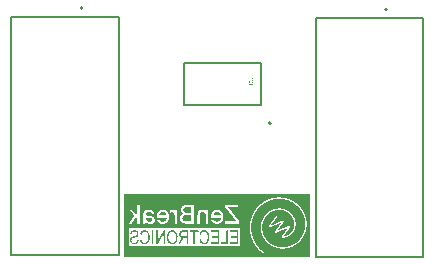
<source format=gbo>
G04*
G04 #@! TF.GenerationSoftware,Altium Limited,Altium Designer,24.5.2 (23)*
G04*
G04 Layer_Color=32896*
%FSLAX44Y44*%
%MOMM*%
G71*
G04*
G04 #@! TF.SameCoordinates,334194BA-0611-49C7-9BF9-9A22E77FB9F2*
G04*
G04*
G04 #@! TF.FilePolarity,Positive*
G04*
G01*
G75*
%ADD11C,0.2000*%
%ADD38C,0.1270*%
G36*
X1067993Y447259D02*
X1039570Y447247D01*
X911033D01*
X911021Y501022D01*
X1067980Y501034D01*
X1067993Y447259D01*
D02*
G37*
G36*
X1020157Y598912D02*
X1020079Y598868D01*
X1020001Y598814D01*
X1019927Y598756D01*
X1019859Y598697D01*
X1019806Y598644D01*
X1019762Y598600D01*
X1019732Y598570D01*
X1019727Y598565D01*
X1019723Y598561D01*
X1019645Y598468D01*
X1019571Y598371D01*
X1019508Y598273D01*
X1019454Y598185D01*
X1019410Y598107D01*
X1019396Y598073D01*
X1019381Y598044D01*
X1019367Y598024D01*
X1019357Y598005D01*
X1019352Y597995D01*
Y597990D01*
X1018967D01*
X1018996Y598058D01*
X1019030Y598131D01*
X1019059Y598200D01*
X1019093Y598263D01*
X1019123Y598317D01*
X1019147Y598361D01*
X1019167Y598390D01*
X1019172Y598395D01*
Y598400D01*
X1019220Y598483D01*
X1019274Y598556D01*
X1019318Y598619D01*
X1019362Y598673D01*
X1019396Y598717D01*
X1019420Y598751D01*
X1019440Y598770D01*
X1019445Y598775D01*
X1016938D01*
Y599170D01*
X1020157D01*
Y598912D01*
D02*
G37*
G36*
X1018060Y596903D02*
X1017918Y596864D01*
X1017791Y596815D01*
X1017689Y596756D01*
X1017601Y596703D01*
X1017538Y596649D01*
X1017489Y596605D01*
X1017460Y596576D01*
X1017455Y596571D01*
X1017450Y596566D01*
X1017382Y596469D01*
X1017333Y596371D01*
X1017294Y596269D01*
X1017270Y596176D01*
X1017255Y596093D01*
X1017250Y596054D01*
Y596025D01*
X1017245Y596000D01*
Y595966D01*
X1017250Y595859D01*
X1017270Y595756D01*
X1017294Y595664D01*
X1017318Y595586D01*
X1017348Y595518D01*
X1017367Y595464D01*
X1017377Y595444D01*
X1017387Y595430D01*
X1017392Y595425D01*
Y595420D01*
X1017455Y595332D01*
X1017528Y595259D01*
X1017601Y595196D01*
X1017679Y595142D01*
X1017743Y595103D01*
X1017801Y595079D01*
X1017821Y595069D01*
X1017835Y595059D01*
X1017845Y595054D01*
X1017850D01*
X1017967Y595015D01*
X1018089Y594986D01*
X1018211Y594967D01*
X1018323Y594952D01*
X1018372Y594947D01*
X1018416Y594942D01*
X1018459D01*
X1018494Y594937D01*
X1018523D01*
X1018542D01*
X1018557D01*
X1018562D01*
X1018679Y594942D01*
X1018791Y594952D01*
X1018894Y594967D01*
X1018986Y594986D01*
X1019064Y595005D01*
X1019098Y595010D01*
X1019123Y595020D01*
X1019147Y595025D01*
X1019162Y595030D01*
X1019172Y595035D01*
X1019176D01*
X1019284Y595079D01*
X1019381Y595132D01*
X1019459Y595191D01*
X1019528Y595244D01*
X1019581Y595298D01*
X1019620Y595342D01*
X1019645Y595371D01*
X1019654Y595376D01*
Y595381D01*
X1019713Y595479D01*
X1019757Y595581D01*
X1019791Y595683D01*
X1019810Y595781D01*
X1019825Y595869D01*
X1019830Y595903D01*
Y595937D01*
X1019835Y595961D01*
Y595995D01*
X1019830Y596113D01*
X1019810Y596215D01*
X1019786Y596308D01*
X1019757Y596381D01*
X1019723Y596444D01*
X1019698Y596488D01*
X1019679Y596517D01*
X1019674Y596527D01*
X1019606Y596605D01*
X1019528Y596669D01*
X1019440Y596727D01*
X1019357Y596771D01*
X1019284Y596805D01*
X1019250Y596820D01*
X1019220Y596834D01*
X1019196Y596844D01*
X1019176Y596849D01*
X1019167Y596854D01*
X1019162D01*
X1019259Y597273D01*
X1019415Y597215D01*
X1019489Y597180D01*
X1019552Y597146D01*
X1019615Y597107D01*
X1019674Y597068D01*
X1019723Y597034D01*
X1019771Y596995D01*
X1019810Y596961D01*
X1019845Y596927D01*
X1019879Y596893D01*
X1019903Y596868D01*
X1019923Y596844D01*
X1019937Y596829D01*
X1019942Y596820D01*
X1019947Y596815D01*
X1019991Y596751D01*
X1020030Y596688D01*
X1020064Y596620D01*
X1020093Y596551D01*
X1020137Y596415D01*
X1020166Y596288D01*
X1020176Y596230D01*
X1020181Y596176D01*
X1020186Y596127D01*
X1020191Y596088D01*
X1020196Y596054D01*
Y596005D01*
X1020186Y595849D01*
X1020166Y595703D01*
X1020132Y595571D01*
X1020118Y595513D01*
X1020098Y595459D01*
X1020079Y595410D01*
X1020064Y595362D01*
X1020044Y595322D01*
X1020030Y595293D01*
X1020020Y595264D01*
X1020010Y595244D01*
X1020001Y595235D01*
Y595230D01*
X1019923Y595108D01*
X1019830Y594996D01*
X1019737Y594903D01*
X1019645Y594830D01*
X1019562Y594767D01*
X1019528Y594742D01*
X1019498Y594723D01*
X1019469Y594708D01*
X1019449Y594698D01*
X1019440Y594688D01*
X1019435D01*
X1019294Y594625D01*
X1019142Y594576D01*
X1018996Y594547D01*
X1018859Y594523D01*
X1018796Y594513D01*
X1018742Y594508D01*
X1018689Y594503D01*
X1018645D01*
X1018611Y594498D01*
X1018586D01*
X1018567D01*
X1018562D01*
X1018391Y594503D01*
X1018235Y594523D01*
X1018089Y594552D01*
X1018021Y594567D01*
X1017962Y594581D01*
X1017904Y594596D01*
X1017855Y594610D01*
X1017811Y594625D01*
X1017772Y594640D01*
X1017743Y594650D01*
X1017723Y594659D01*
X1017709Y594664D01*
X1017704D01*
X1017562Y594732D01*
X1017440Y594815D01*
X1017333Y594893D01*
X1017250Y594976D01*
X1017182Y595045D01*
X1017133Y595103D01*
X1017118Y595127D01*
X1017104Y595142D01*
X1017099Y595152D01*
X1017094Y595157D01*
X1017055Y595220D01*
X1017026Y595288D01*
X1016972Y595425D01*
X1016938Y595566D01*
X1016909Y595703D01*
X1016904Y595761D01*
X1016894Y595820D01*
X1016889Y595869D01*
Y595913D01*
X1016884Y595952D01*
Y596000D01*
X1016889Y596093D01*
X1016894Y596181D01*
X1016928Y596342D01*
X1016948Y596415D01*
X1016972Y596488D01*
X1016997Y596551D01*
X1017021Y596610D01*
X1017045Y596664D01*
X1017070Y596707D01*
X1017094Y596746D01*
X1017113Y596781D01*
X1017133Y596810D01*
X1017148Y596829D01*
X1017153Y596839D01*
X1017157Y596844D01*
X1017211Y596907D01*
X1017270Y596966D01*
X1017396Y597063D01*
X1017528Y597151D01*
X1017660Y597215D01*
X1017718Y597244D01*
X1017772Y597263D01*
X1017825Y597283D01*
X1017865Y597302D01*
X1017904Y597312D01*
X1017928Y597322D01*
X1017947Y597327D01*
X1017952D01*
X1018060Y596903D01*
D02*
G37*
G36*
X1020142Y593450D02*
X1016938D01*
Y593874D01*
X1020142D01*
Y593450D01*
D02*
G37*
%LPC*%
G36*
X969673Y491499D02*
X969600Y491475D01*
X963522Y491487D01*
X963098Y491475D01*
X962880Y491378D01*
X962831Y491354D01*
X962758Y491330D01*
X962685Y491354D01*
X962394Y491378D01*
X962249Y491281D01*
X961885Y491257D01*
X961764Y491208D01*
X961715Y491160D01*
X961630Y491099D01*
X961375Y491039D01*
X961278Y491014D01*
X961157Y490966D01*
X961108Y490942D01*
X961060Y490893D01*
X960745Y490723D01*
X960696Y490699D01*
X960660Y490662D01*
X960526Y490553D01*
X960478Y490529D01*
X960332Y490383D01*
X960284Y490359D01*
X960150Y490226D01*
X960126Y490177D01*
X960017Y490092D01*
X959908Y489959D01*
X959883Y489910D01*
X959762Y489789D01*
X959641Y489571D01*
X959616Y489522D01*
X959568Y489474D01*
X959483Y489340D01*
X959447Y489207D01*
X959386Y489073D01*
X959265Y488879D01*
X959204Y488600D01*
X959095Y488248D01*
X959058Y488115D01*
X959034Y488042D01*
X959010Y487509D01*
X959034Y487120D01*
X959058Y486950D01*
X959083Y486853D01*
X959119Y486720D01*
X959168Y486599D01*
X959204Y486465D01*
X959252Y486271D01*
X959313Y486113D01*
X959435Y485919D01*
X959495Y485762D01*
X959544Y485713D01*
X959568Y485665D01*
X959616Y485616D01*
X959738Y485398D01*
X960332Y484803D01*
X960502Y484706D01*
X960599Y484609D01*
X960648Y484585D01*
X960696Y484536D01*
X960793Y484512D01*
X960914Y484464D01*
X960975Y484403D01*
X960999Y484330D01*
X960963Y484221D01*
X960793Y484124D01*
X960623Y484051D01*
X960526Y484027D01*
X960405Y483978D01*
X960235Y483857D01*
X960187Y483833D01*
X959968Y483736D01*
X959895Y483663D01*
X959774Y483590D01*
X959580Y483396D01*
X959531Y483372D01*
X959228Y483069D01*
X959204Y483020D01*
X959058Y482874D01*
X958961Y482705D01*
X958913Y482656D01*
X958889Y482608D01*
X958816Y482535D01*
X958670Y482268D01*
X958646Y482220D01*
X958610Y482183D01*
X958549Y482025D01*
X958500Y481831D01*
X958379Y481443D01*
X958343Y481310D01*
X958306Y481128D01*
X958282Y480667D01*
X958306Y479696D01*
X958343Y479563D01*
X958379Y479332D01*
X958488Y479078D01*
X958549Y478799D01*
X958646Y478580D01*
X958743Y478410D01*
X958767Y478313D01*
X958840Y478144D01*
X958889Y478095D01*
X959034Y477828D01*
X959058Y477780D01*
X959095Y477743D01*
X959143Y477719D01*
X959228Y477561D01*
X959398Y477391D01*
X959422Y477343D01*
X959616Y477149D01*
X959750Y477040D01*
X959835Y476979D01*
X959895Y476894D01*
X960174Y476736D01*
X960308Y476627D01*
X960356Y476603D01*
X960478Y476554D01*
X960781Y476397D01*
X960963Y476360D01*
X961181Y476263D01*
X961375Y476190D01*
X961472Y476166D01*
X961545Y476142D01*
X961715Y476118D01*
X961958Y476093D01*
X962176Y475996D01*
X962358Y476008D01*
X962479Y476033D01*
X962564Y476021D01*
X962831Y475899D01*
X964529Y475875D01*
X964554D01*
X969467Y475887D01*
X969770Y475875D01*
X969940Y475924D01*
X969952Y475960D01*
X969988Y475996D01*
X969976Y490784D01*
X970000Y491317D01*
X969976Y491390D01*
X969952Y491439D01*
X969891Y491475D01*
X969673Y491499D01*
D02*
G37*
G36*
X996967D02*
X996797Y491475D01*
X996724Y491451D01*
X996676Y491427D01*
X996627Y491305D01*
X996639Y489765D01*
X996664Y489668D01*
X996712Y489498D01*
X996882Y489328D01*
X996979Y489158D01*
X997125Y489013D01*
X997149Y488964D01*
X997222Y488891D01*
X997234Y488879D01*
X997282Y488831D01*
X997440Y488600D01*
X997464Y488552D01*
X997525Y488491D01*
X997574Y488467D01*
X997658Y488358D01*
X997683Y488309D01*
X997780Y488212D01*
X997901Y488042D01*
X997925Y487994D01*
X998010Y487909D01*
X998120Y487775D01*
X998144Y487727D01*
X998216Y487654D01*
X998386Y487436D01*
X998411Y487387D01*
X998495Y487302D01*
X998605Y487169D01*
X998629Y487120D01*
X998787Y486963D01*
X998884Y486817D01*
X998932Y486793D01*
X998993Y486708D01*
X999066Y486586D01*
X999187Y486465D01*
X999211Y486417D01*
X999284Y486344D01*
X999308Y486295D01*
X999357Y486247D01*
X999381Y486198D01*
X999454Y486126D01*
X999527Y486004D01*
X999660Y485871D01*
X999769Y485737D01*
X999793Y485689D01*
X999854Y485628D01*
X999963Y485495D01*
X999988Y485446D01*
X1000109Y485325D01*
X1000230Y485155D01*
X1000255Y485107D01*
X1000339Y485022D01*
X1000449Y484888D01*
X1000473Y484840D01*
X1000618Y484694D01*
X1000691Y484573D01*
X1000813Y484451D01*
X1000934Y484282D01*
X1000958Y484233D01*
X1001104Y484088D01*
X1001128Y484039D01*
X1001237Y483881D01*
X1001286Y483857D01*
X1001322Y483821D01*
X1001395Y483699D01*
X1001480Y483615D01*
X1001589Y483481D01*
X1001613Y483433D01*
X1001783Y483263D01*
X1001880Y483093D01*
X1002026Y482947D01*
X1002050Y482899D01*
X1002220Y482729D01*
X1002341Y482511D01*
X1002511Y482341D01*
X1002535Y482292D01*
X1002705Y482122D01*
X1002802Y481953D01*
X1002911Y481843D01*
X1003020Y481710D01*
X1003045Y481661D01*
X1003190Y481516D01*
X1003287Y481346D01*
X1003348Y481285D01*
X1003396Y481261D01*
X1003505Y481103D01*
X1003530Y481055D01*
X1003590Y480994D01*
X1003700Y480861D01*
X1003724Y480812D01*
X1003833Y480703D01*
X1003942Y480570D01*
X1003967Y480521D01*
X1004088Y480400D01*
X1004112Y480351D01*
X1004185Y480279D01*
X1004209Y480230D01*
X1004246Y480194D01*
X1004355Y480060D01*
X1004427Y479939D01*
X1004488Y479878D01*
X1004573Y479818D01*
X1004670Y479648D01*
X1004755Y479563D01*
X1004864Y479429D01*
X1004888Y479381D01*
X1004961Y479308D01*
X1005131Y479090D01*
X1005155Y479041D01*
X1005240Y478956D01*
X1005349Y478823D01*
X1005374Y478774D01*
X1005568Y478580D01*
X1005592Y478532D01*
X1005701Y478423D01*
X1005810Y478289D01*
X1005835Y478241D01*
X1006174Y477901D01*
X1006150Y477804D01*
X1006089Y477767D01*
X996555Y477743D01*
X996433Y477695D01*
X996385Y477622D01*
X996397Y476469D01*
X996373Y476081D01*
X996397Y475984D01*
X996506Y475899D01*
X996822Y475875D01*
X996918Y475899D01*
X996991Y475875D01*
X1008091Y475887D01*
X1008443Y475875D01*
X1008540Y475899D01*
X1008600Y475960D01*
X1008625Y477634D01*
X1008600Y477877D01*
X1008455Y478022D01*
X1008358Y478192D01*
X1008249Y478301D01*
X1008139Y478435D01*
X1008115Y478483D01*
X1007970Y478629D01*
X1007873Y478799D01*
X1007848Y478847D01*
X1007763Y478908D01*
X1007654Y479041D01*
X1007630Y479090D01*
X1007484Y479235D01*
X1007387Y479405D01*
X1007363Y479454D01*
X1007169Y479648D01*
X1007145Y479696D01*
X1007048Y479793D01*
X1006951Y479963D01*
X1006842Y480072D01*
X1006732Y480206D01*
X1006672Y480291D01*
X1006623Y480315D01*
X1006587Y480351D01*
X1006490Y480521D01*
X1006465Y480570D01*
X1006320Y480715D01*
X1006296Y480764D01*
X1006126Y480934D01*
X1006004Y481152D01*
X1005835Y481322D01*
X1005810Y481370D01*
X1005640Y481540D01*
X1005544Y481710D01*
X1005519Y481758D01*
X1005325Y481953D01*
X1005301Y482001D01*
X1005216Y482086D01*
X1005058Y482317D01*
X1005034Y482365D01*
X1004913Y482486D01*
X1004888Y482535D01*
X1004719Y482705D01*
X1004622Y482874D01*
X1004525Y482972D01*
X1004500Y483020D01*
X1004427Y483093D01*
X1004403Y483141D01*
X1004258Y483287D01*
X1004161Y483457D01*
X1004076Y483542D01*
X1003967Y483675D01*
X1003942Y483724D01*
X1003882Y483784D01*
X1003797Y483845D01*
X1003675Y484063D01*
X1003530Y484209D01*
X1003505Y484257D01*
X1003457Y484306D01*
X1003433Y484355D01*
X1003336Y484451D01*
X1003214Y484621D01*
X1003190Y484670D01*
X1003105Y484755D01*
X1002996Y484888D01*
X1002972Y484937D01*
X1002935Y484949D01*
X1002826Y485058D01*
X1002729Y485228D01*
X1002705Y485276D01*
X1002620Y485361D01*
X1002511Y485495D01*
X1002486Y485543D01*
X1002450Y485580D01*
X1002402Y485604D01*
X1002292Y485786D01*
X1002220Y485859D01*
X1002050Y486077D01*
X1002026Y486126D01*
X1001989Y486138D01*
X1001928Y486198D01*
X1001832Y486368D01*
X1001686Y486514D01*
X1001589Y486684D01*
X1001419Y486853D01*
X1001346Y486975D01*
X1001261Y487060D01*
X1001152Y487193D01*
X1001128Y487242D01*
X1001055Y487314D01*
X1000885Y487533D01*
X1000861Y487581D01*
X1000764Y487678D01*
X1000703Y487763D01*
X1000606Y487909D01*
X1000558Y487933D01*
X1000521Y487969D01*
X1000461Y488054D01*
X1000364Y488200D01*
X1000315Y488224D01*
X1000279Y488261D01*
X1000255Y488309D01*
X1000206Y488358D01*
X1000182Y488406D01*
X1000097Y488491D01*
X999988Y488624D01*
X999963Y488673D01*
X999927Y488709D01*
X999842Y488770D01*
X999818Y488819D01*
X999769Y488867D01*
X999745Y488916D01*
X999575Y489086D01*
X999551Y489134D01*
X999442Y489243D01*
X999393Y489267D01*
X999345Y489316D01*
X999296Y489340D01*
X999211Y489425D01*
X999187Y489546D01*
X999272Y489607D01*
X1007327Y489631D01*
X1007400Y489607D01*
X1007618Y489631D01*
X1007703Y489716D01*
X1007727Y489838D01*
X1007703Y490080D01*
X1007727Y490153D01*
X1007715Y490966D01*
X1007727Y491317D01*
X1007679Y491439D01*
X1007557Y491487D01*
X997282Y491475D01*
X996967Y491499D01*
D02*
G37*
G36*
X989058Y487521D02*
X988961Y487496D01*
X988791Y487424D01*
X988645Y487399D01*
X988548Y487424D01*
X988281Y487302D01*
X988039Y487278D01*
X987942Y487254D01*
X987772Y487181D01*
X987554Y487060D01*
X987457Y487035D01*
X987287Y486914D01*
X987165Y486841D01*
X986996Y486768D01*
X986947Y486720D01*
X986777Y486599D01*
X986729Y486574D01*
X986692Y486538D01*
X986668Y486489D01*
X986535Y486380D01*
X986486Y486356D01*
X986013Y485883D01*
X985989Y485834D01*
X985867Y485713D01*
X985746Y485543D01*
X985722Y485495D01*
X985649Y485422D01*
X985479Y485107D01*
X985455Y485058D01*
X985406Y485009D01*
X985309Y484840D01*
X985261Y484670D01*
X985152Y484488D01*
X985091Y484330D01*
X985042Y484136D01*
X984958Y483930D01*
X984909Y483809D01*
X984885Y483712D01*
X984861Y483590D01*
X984824Y483311D01*
X984800Y483214D01*
X984763Y483081D01*
X984727Y482874D01*
X984703Y482559D01*
X984679Y482486D01*
X984654Y482074D01*
X984630Y482001D01*
X984642Y481091D01*
X984763Y481018D01*
X984861Y480994D01*
X984933Y481018D01*
X992539Y481006D01*
X992770Y481018D01*
X992940Y480994D01*
X993025Y480885D01*
X993012Y480727D01*
X992976Y480424D01*
X992952Y480254D01*
X992903Y480060D01*
X992818Y479854D01*
X992758Y479599D01*
X992685Y479429D01*
X992661Y479381D01*
X992612Y479332D01*
X992576Y479247D01*
X992491Y479017D01*
X992418Y478944D01*
X992297Y478774D01*
X992272Y478726D01*
X992103Y478556D01*
X992078Y478507D01*
X992042Y478471D01*
X991993Y478447D01*
X991860Y478313D01*
X991836Y478265D01*
X991654Y478156D01*
X991581Y478083D01*
X991448Y477998D01*
X991290Y477937D01*
X991241Y477889D01*
X991023Y477767D01*
X990683Y477670D01*
X990562Y477622D01*
X990392Y477573D01*
X990319Y477549D01*
X989082Y477525D01*
X988694Y477622D01*
X988536Y477683D01*
X988403Y477719D01*
X988112Y477792D01*
X988039Y477864D01*
X987905Y477949D01*
X987748Y478010D01*
X987663Y478095D01*
X987529Y478204D01*
X987481Y478228D01*
X987420Y478289D01*
X987396Y478338D01*
X987202Y478532D01*
X987178Y478580D01*
X987129Y478629D01*
X987105Y478677D01*
X987032Y478750D01*
X986935Y478920D01*
X986838Y479066D01*
X986717Y479284D01*
X986692Y479332D01*
X986632Y479369D01*
X986438Y479393D01*
X986243Y479344D01*
X986074Y479272D01*
X985419Y479247D01*
X985322Y479223D01*
X985188Y479187D01*
X984982Y479150D01*
X984885Y479126D01*
X984776Y479090D01*
X984751Y478993D01*
X984836Y478786D01*
X984873Y478629D01*
X985018Y478313D01*
X985030Y478301D01*
X985067Y478216D01*
X985115Y478046D01*
X985212Y477949D01*
X985382Y477634D01*
X985455Y477561D01*
X985552Y477391D01*
X985746Y477197D01*
X985770Y477149D01*
X985880Y477040D01*
X985928Y477015D01*
X985989Y476955D01*
X986013Y476906D01*
X986122Y476821D01*
X986171Y476797D01*
X986340Y476627D01*
X986389Y476603D01*
X986510Y476554D01*
X986619Y476445D01*
X986765Y476348D01*
X986923Y476287D01*
X986971Y476239D01*
X987020Y476215D01*
X987056Y476178D01*
X987178Y476130D01*
X987335Y476093D01*
X987554Y475996D01*
X987687Y475911D01*
X987990Y475875D01*
X988160Y475802D01*
X988500Y475778D01*
X988718Y475681D01*
X990441Y475657D01*
X990538Y475681D01*
X990708Y475754D01*
X990999Y475778D01*
X991169Y475851D01*
X991460Y475875D01*
X991629Y475948D01*
X991678Y475972D01*
X991727Y476021D01*
X991812Y476057D01*
X991969Y476093D01*
X992066Y476118D01*
X992236Y476190D01*
X992285Y476215D01*
X992345Y476275D01*
X992467Y476324D01*
X992624Y476385D01*
X992746Y476506D01*
X992915Y476603D01*
X993000Y476688D01*
X993134Y476797D01*
X993182Y476821D01*
X993376Y477015D01*
X993425Y477040D01*
X993631Y477246D01*
X993728Y477416D01*
X993789Y477476D01*
X993837Y477501D01*
X993874Y477537D01*
X993971Y477707D01*
X993995Y477755D01*
X994068Y477828D01*
X994165Y477998D01*
X994213Y478119D01*
X994310Y478216D01*
X994383Y478338D01*
X994432Y478532D01*
X994589Y478835D01*
X994626Y478968D01*
X994674Y479162D01*
X994723Y479284D01*
X994783Y479417D01*
X994820Y479575D01*
X994844Y479672D01*
X994868Y479915D01*
X994917Y480254D01*
X994941Y480327D01*
X994965Y480885D01*
X994990Y480958D01*
X995014Y481856D01*
X994990Y481928D01*
X994941Y482559D01*
X994917Y482632D01*
X994893Y482947D01*
X994868Y483044D01*
X994844Y483287D01*
X994820Y483384D01*
X994771Y483554D01*
X994687Y483833D01*
X994626Y484088D01*
X994602Y484185D01*
X994553Y484306D01*
X994529Y484355D01*
X994492Y484391D01*
X994444Y484512D01*
X994407Y484670D01*
X994335Y484840D01*
X994286Y484888D01*
X994165Y485107D01*
X994104Y485240D01*
X993995Y485373D01*
X993898Y485543D01*
X993813Y485628D01*
X993704Y485762D01*
X993680Y485810D01*
X993619Y485871D01*
X993534Y485932D01*
X993510Y485980D01*
X993461Y486029D01*
X993437Y486077D01*
X993267Y486198D01*
X993243Y486247D01*
X993109Y486356D01*
X993061Y486380D01*
X992891Y486550D01*
X992721Y486647D01*
X992673Y486671D01*
X992600Y486744D01*
X992333Y486890D01*
X992285Y486914D01*
X992200Y486999D01*
X992078Y487048D01*
X991945Y487084D01*
X991848Y487108D01*
X991775Y487132D01*
X991727Y487157D01*
X991642Y487242D01*
X991520Y487290D01*
X991241Y487327D01*
X991120Y487375D01*
X990829Y487399D01*
X990611Y487496D01*
X989058Y487521D01*
D02*
G37*
G36*
X943179D02*
X943082Y487496D01*
X942912Y487424D01*
X942767Y487399D01*
X942670Y487424D01*
X942573Y487399D01*
X942403Y487302D01*
X942160Y487278D01*
X942063Y487254D01*
X941893Y487181D01*
X941675Y487060D01*
X941505Y486987D01*
X941457Y486963D01*
X941408Y486914D01*
X941287Y486841D01*
X941117Y486768D01*
X941068Y486720D01*
X940899Y486599D01*
X940850Y486574D01*
X940814Y486538D01*
X940753Y486453D01*
X940705Y486429D01*
X940656Y486380D01*
X940608Y486356D01*
X940110Y485859D01*
X940086Y485810D01*
X939940Y485665D01*
X939843Y485495D01*
X939771Y485422D01*
X939673Y485252D01*
X939625Y485131D01*
X939552Y485058D01*
X939528Y485009D01*
X939479Y484961D01*
X939407Y484767D01*
X939382Y484670D01*
X939273Y484488D01*
X939212Y484330D01*
X939188Y484233D01*
X939140Y484063D01*
X939079Y483930D01*
X939006Y483736D01*
X938921Y483190D01*
X938873Y483069D01*
X938849Y482850D01*
X938824Y482608D01*
X938800Y482438D01*
X938776Y482365D01*
X938752Y481103D01*
X938824Y481031D01*
X938946Y481006D01*
X940996Y481018D01*
X941020D01*
X946661Y481006D01*
X946891Y481018D01*
X947061Y480994D01*
X947146Y480885D01*
X947110Y480582D01*
X947085Y480315D01*
X947049Y480157D01*
X947000Y479987D01*
X946940Y479854D01*
X946879Y479599D01*
X946806Y479429D01*
X946782Y479381D01*
X946721Y479320D01*
X946612Y479017D01*
X946540Y478944D01*
X946418Y478774D01*
X946394Y478726D01*
X946224Y478556D01*
X946163Y478471D01*
X946115Y478447D01*
X945897Y478228D01*
X945775Y478156D01*
X945703Y478083D01*
X945569Y477998D01*
X945411Y477937D01*
X945363Y477889D01*
X945144Y477767D01*
X945047Y477743D01*
X944805Y477670D01*
X944684Y477622D01*
X944514Y477573D01*
X944441Y477549D01*
X943204Y477525D01*
X942815Y477622D01*
X942658Y477683D01*
X942524Y477719D01*
X942233Y477792D01*
X942160Y477864D01*
X942027Y477949D01*
X941869Y478010D01*
X941784Y478095D01*
X941651Y478204D01*
X941602Y478228D01*
X941517Y478313D01*
X941493Y478362D01*
X941323Y478532D01*
X941299Y478580D01*
X941178Y478702D01*
X941056Y478920D01*
X940959Y479066D01*
X940838Y479284D01*
X940753Y479369D01*
X940656Y479393D01*
X940413Y479369D01*
X940195Y479272D01*
X939516Y479247D01*
X939310Y479187D01*
X939103Y479150D01*
X939006Y479126D01*
X938897Y479090D01*
X938873Y478993D01*
X938909Y478884D01*
X938970Y478726D01*
X939018Y478532D01*
X939128Y478350D01*
X939212Y478119D01*
X939297Y477962D01*
X939346Y477937D01*
X939479Y477683D01*
X939504Y477634D01*
X939576Y477561D01*
X939673Y477391D01*
X939868Y477197D01*
X939892Y477149D01*
X940025Y477015D01*
X940074Y476991D01*
X940110Y476955D01*
X940134Y476906D01*
X940244Y476821D01*
X940292Y476797D01*
X940353Y476736D01*
X940377Y476688D01*
X940462Y476627D01*
X940510Y476603D01*
X940632Y476554D01*
X940753Y476433D01*
X940971Y476312D01*
X941093Y476239D01*
X941141Y476215D01*
X941178Y476178D01*
X941299Y476130D01*
X941457Y476093D01*
X941675Y475996D01*
X941808Y475911D01*
X942112Y475875D01*
X942282Y475802D01*
X942621Y475778D01*
X942840Y475681D01*
X944562Y475657D01*
X944659Y475681D01*
X944829Y475754D01*
X945120Y475778D01*
X945290Y475851D01*
X945581Y475875D01*
X945751Y475948D01*
X945799Y475972D01*
X945848Y476021D01*
X945933Y476057D01*
X946091Y476093D01*
X946188Y476118D01*
X946309Y476166D01*
X946430Y476239D01*
X946600Y476336D01*
X946721Y476385D01*
X946770Y476409D01*
X946867Y476506D01*
X947037Y476603D01*
X947122Y476688D01*
X947255Y476797D01*
X947304Y476821D01*
X947498Y477015D01*
X947546Y477040D01*
X947753Y477246D01*
X947850Y477416D01*
X947934Y477501D01*
X947983Y477525D01*
X948092Y477731D01*
X948189Y477828D01*
X948286Y477998D01*
X948335Y478119D01*
X948432Y478216D01*
X948505Y478338D01*
X948553Y478532D01*
X948602Y478653D01*
X948723Y478871D01*
X948796Y479162D01*
X948856Y479320D01*
X948929Y479514D01*
X948953Y479636D01*
X948978Y479830D01*
X949002Y480048D01*
X949038Y480279D01*
X949063Y480351D01*
X949087Y480934D01*
X949136Y481055D01*
X949123Y481892D01*
X949099Y481989D01*
X949075Y482450D01*
X949051Y482595D01*
X948990Y483093D01*
X948966Y483263D01*
X948869Y483651D01*
X948808Y483809D01*
X948784Y483906D01*
X948759Y484027D01*
X948723Y484185D01*
X948650Y484355D01*
X948614Y484391D01*
X948529Y484621D01*
X948505Y484718D01*
X948456Y484840D01*
X948408Y484888D01*
X948286Y485107D01*
X948226Y485240D01*
X948117Y485373D01*
X948019Y485543D01*
X947874Y485689D01*
X947801Y485810D01*
X947740Y485871D01*
X947692Y485895D01*
X947655Y485932D01*
X947631Y485980D01*
X947583Y486029D01*
X947559Y486077D01*
X947522Y486089D01*
X947474Y486138D01*
X947425Y486162D01*
X947389Y486198D01*
X947364Y486247D01*
X947231Y486356D01*
X947182Y486380D01*
X947037Y486526D01*
X946818Y486647D01*
X946721Y486744D01*
X946552Y486841D01*
X946430Y486890D01*
X946321Y486999D01*
X946200Y487048D01*
X946066Y487084D01*
X945969Y487108D01*
X945860Y487145D01*
X945727Y487254D01*
X945605Y487302D01*
X945363Y487327D01*
X945241Y487375D01*
X944902Y487399D01*
X944732Y487496D01*
X943179Y487521D01*
D02*
G37*
G36*
X930854Y487545D02*
X930660Y487521D01*
X930393Y487399D01*
X930078Y487424D01*
X929860Y487327D01*
X929617Y487302D01*
X929520Y487278D01*
X929387Y487242D01*
X929253Y487132D01*
X929132Y487084D01*
X929035Y487060D01*
X928865Y487011D01*
X928792Y486938D01*
X928622Y486841D01*
X928501Y486793D01*
X928331Y486623D01*
X928283Y486599D01*
X928234Y486550D01*
X928186Y486526D01*
X928101Y486441D01*
X928076Y486392D01*
X928028Y486344D01*
X928004Y486295D01*
X927882Y486174D01*
X927737Y485907D01*
X927712Y485859D01*
X927628Y485774D01*
X927579Y485653D01*
X927543Y485495D01*
X927494Y485325D01*
X927446Y485131D01*
X927373Y484961D01*
X927349Y484791D01*
X927324Y484718D01*
X927300Y481152D01*
X927276Y478580D01*
X927227Y478241D01*
X927252Y478168D01*
X927203Y477707D01*
X927130Y477294D01*
X927106Y477197D01*
X927082Y476955D01*
X927057Y476785D01*
X926924Y476482D01*
X926863Y476227D01*
X926742Y476033D01*
X926766Y475960D01*
X926851Y475899D01*
X927191Y475875D01*
X927264Y475899D01*
X927337Y475875D01*
X928222Y475887D01*
X928574Y475875D01*
X928695Y475924D01*
X928719Y475972D01*
X928780Y476130D01*
X928926Y476445D01*
X928950Y476639D01*
X928974Y476712D01*
X928998Y477052D01*
X929035Y477161D01*
X929083Y477185D01*
X929350Y477064D01*
X929520Y476894D01*
X929738Y476773D01*
X929860Y476651D01*
X930078Y476530D01*
X930127Y476506D01*
X930187Y476445D01*
X930575Y476251D01*
X930770Y476130D01*
X931049Y476069D01*
X931182Y476008D01*
X931315Y475899D01*
X931631Y475875D01*
X931801Y475802D01*
X932092Y475778D01*
X932310Y475681D01*
X933960Y475657D01*
X934057Y475681D01*
X934227Y475802D01*
X934445Y475778D01*
X934615Y475851D01*
X934833Y475875D01*
X935027Y475924D01*
X935100Y475996D01*
X935234Y476081D01*
X935391Y476118D01*
X935513Y476166D01*
X935610Y476263D01*
X935828Y476385D01*
X935876Y476409D01*
X935937Y476469D01*
X935962Y476518D01*
X935998Y476530D01*
X936046Y476579D01*
X936095Y476603D01*
X936180Y476712D01*
X936240Y476797D01*
X936289Y476821D01*
X936350Y476882D01*
X936447Y477052D01*
X936471Y477100D01*
X936544Y477173D01*
X936641Y477343D01*
X936738Y477561D01*
X936798Y477646D01*
X936847Y477767D01*
X936920Y478059D01*
X936980Y478338D01*
X937005Y478410D01*
X937029Y479284D01*
X937005Y479381D01*
X936920Y479660D01*
X936896Y479757D01*
X936859Y479987D01*
X936811Y480109D01*
X936786Y480157D01*
X936701Y480266D01*
X936641Y480424D01*
X936568Y480594D01*
X936398Y480812D01*
X936374Y480861D01*
X936253Y480982D01*
X936228Y481031D01*
X936180Y481079D01*
X936156Y481128D01*
X936071Y481213D01*
X936022Y481237D01*
X935852Y481407D01*
X935634Y481528D01*
X935585Y481552D01*
X935452Y481686D01*
X935319Y481722D01*
X935197Y481771D01*
X935149Y481819D01*
X935015Y481904D01*
X934882Y481940D01*
X934518Y482110D01*
X934324Y482159D01*
X933984Y482207D01*
X933863Y482256D01*
X933499Y482280D01*
X933281Y482377D01*
X932577Y482401D01*
X932359Y482499D01*
X932165Y482523D01*
X932092Y482499D01*
X931934Y482511D01*
X931752Y482499D01*
X931485Y482620D01*
X931000Y482644D01*
X930830Y482668D01*
X930782Y482717D01*
X930490Y482741D01*
X930284Y482826D01*
X930187Y482850D01*
X929969Y482874D01*
X929847Y482899D01*
X929641Y482935D01*
X929229Y483129D01*
X929180Y483251D01*
X929193Y483918D01*
X929217Y484160D01*
X929253Y484294D01*
X929314Y484451D01*
X929362Y484573D01*
X929435Y484743D01*
X929459Y484791D01*
X929617Y484949D01*
X929714Y485094D01*
X929847Y485179D01*
X930005Y485240D01*
X930272Y485410D01*
X930442Y485434D01*
X930454Y485446D01*
X930563Y485483D01*
X930612Y485531D01*
X930903Y485555D01*
X931170Y485677D01*
X931400Y485665D01*
X932019Y485677D01*
X932262Y485653D01*
X932359Y485677D01*
X932674Y485653D01*
X932771Y485628D01*
X932892Y485580D01*
X933184Y485555D01*
X933438Y485446D01*
X933560Y485422D01*
X933693Y485386D01*
X933790Y485289D01*
X934008Y485167D01*
X934057Y485143D01*
X934069Y485107D01*
X934178Y484997D01*
X934227Y484973D01*
X934360Y484791D01*
X934385Y484743D01*
X934494Y484633D01*
X934603Y484330D01*
X934651Y484282D01*
X934748Y484112D01*
X934773Y484015D01*
X934809Y483881D01*
X934894Y483821D01*
X935015Y483797D01*
X935149Y483809D01*
X935246Y483833D01*
X935464Y483930D01*
X935937Y483918D01*
X936046Y483930D01*
X936216Y484003D01*
X936507Y484027D01*
X936641Y484088D01*
X936665Y484257D01*
X936592Y484500D01*
X936471Y484767D01*
X936422Y484937D01*
X936398Y485034D01*
X936338Y485240D01*
X936180Y485471D01*
X936156Y485568D01*
X935937Y485883D01*
X935913Y485932D01*
X935743Y486101D01*
X935719Y486150D01*
X935537Y486332D01*
X935488Y486356D01*
X935319Y486526D01*
X935100Y486647D01*
X934967Y486781D01*
X934809Y486841D01*
X934688Y486914D01*
X934469Y487035D01*
X934336Y487072D01*
X934239Y487096D01*
X934033Y487132D01*
X933814Y487278D01*
X933475Y487302D01*
X933208Y487424D01*
X933074Y487411D01*
X932892Y487375D01*
X932795Y487399D01*
X932638Y487509D01*
X932541Y487533D01*
X930927Y487521D01*
X930854Y487545D01*
D02*
G37*
G36*
X922606Y491499D02*
X922411Y491451D01*
X922375Y491415D01*
X922339Y491330D01*
X922351Y482874D01*
X922290Y482814D01*
X922048Y482935D01*
X922011Y482972D01*
X921987Y483020D01*
X921502Y483505D01*
X921477Y483554D01*
X921441Y483590D01*
X921392Y483615D01*
X921332Y483675D01*
X921308Y483724D01*
X921150Y483881D01*
X921029Y484027D01*
X920980Y484051D01*
X920846Y484185D01*
X920822Y484233D01*
X920786Y484270D01*
X920737Y484294D01*
X920689Y484342D01*
X920567Y484488D01*
X920519Y484512D01*
X920386Y484646D01*
X920361Y484694D01*
X919282Y485774D01*
X919173Y485907D01*
X919148Y485956D01*
X918093Y487011D01*
X917984Y487145D01*
X917959Y487193D01*
X917850Y487278D01*
X915642Y487302D01*
X915545Y487278D01*
X915485Y487217D01*
X915509Y487120D01*
X915545Y487084D01*
X915594Y487060D01*
X915642Y487011D01*
X915691Y486987D01*
X915861Y486817D01*
X915982Y486671D01*
X916031Y486647D01*
X916164Y486514D01*
X916188Y486465D01*
X916382Y486320D01*
X916407Y486271D01*
X916467Y486211D01*
X916516Y486186D01*
X917244Y485458D01*
X917292Y485434D01*
X917304Y485398D01*
X918141Y484561D01*
X918226Y484500D01*
X918251Y484451D01*
X918384Y484318D01*
X918432Y484294D01*
X918651Y484076D01*
X918699Y484051D01*
X919585Y483166D01*
X919658Y483044D01*
X919633Y482874D01*
X919488Y482729D01*
X919367Y482511D01*
X919342Y482462D01*
X919245Y482365D01*
X919173Y482244D01*
X919124Y482122D01*
X919027Y482025D01*
X918906Y481807D01*
X918869Y481771D01*
X918857Y481758D01*
Y481734D01*
X918760Y481637D01*
X918736Y481589D01*
X918663Y481419D01*
X918542Y481297D01*
X918420Y481079D01*
X918323Y480982D01*
X918178Y480715D01*
X918154Y480667D01*
X918081Y480594D01*
X917959Y480376D01*
X917862Y480279D01*
X917802Y480194D01*
X917741Y480036D01*
X917620Y479915D01*
X917498Y479696D01*
X917401Y479599D01*
X917256Y479332D01*
X917232Y479284D01*
X917134Y479187D01*
X917038Y479017D01*
X917013Y478968D01*
X916940Y478896D01*
X916795Y478629D01*
X916758Y478592D01*
X916649Y478459D01*
X916625Y478410D01*
X916577Y478289D01*
X916455Y478168D01*
X916334Y477949D01*
X916310Y477901D01*
X916237Y477828D01*
X916091Y477561D01*
X915994Y477464D01*
X915873Y477246D01*
X915800Y477173D01*
X915776Y477124D01*
X915715Y477064D01*
X915655Y476906D01*
X915533Y476785D01*
X915412Y476567D01*
X915388Y476518D01*
X915315Y476445D01*
X915194Y476227D01*
X915109Y476142D01*
X915060Y476118D01*
X914999Y476008D01*
X915024Y475936D01*
X915133Y475875D01*
X915424Y475899D01*
X915497Y475875D01*
X916819Y475887D01*
X917147Y475875D01*
X917268Y475924D01*
X917377Y476057D01*
X917401Y476106D01*
X917450Y476154D01*
X917596Y476421D01*
X917692Y476518D01*
X917765Y476639D01*
X917814Y476761D01*
X917899Y476846D01*
X918044Y477088D01*
X918154Y477222D01*
X918299Y477489D01*
X918323Y477537D01*
X918372Y477585D01*
X918517Y477852D01*
X918615Y477949D01*
X918699Y478083D01*
X918748Y478204D01*
X918857Y478338D01*
X918978Y478556D01*
X919003Y478605D01*
X919100Y478702D01*
X919173Y478823D01*
X919221Y478944D01*
X919318Y479041D01*
X919464Y479308D01*
X919488Y479357D01*
X919561Y479429D01*
X919633Y479551D01*
X919682Y479672D01*
X919779Y479769D01*
X919925Y480036D01*
X920022Y480133D01*
X920119Y480303D01*
X920143Y480351D01*
X920216Y480424D01*
X920337Y480643D01*
X920531Y480934D01*
X920555Y480982D01*
X920604Y481103D01*
X920725Y481225D01*
X920871Y481492D01*
X920895Y481540D01*
X920931Y481552D01*
X920992Y481613D01*
X921089Y481637D01*
X921174Y481625D01*
X921210Y481589D01*
X921235Y481540D01*
X922327Y480448D01*
X922351Y476227D01*
X922327Y476154D01*
X922351Y475984D01*
X922460Y475899D01*
X922702Y475875D01*
X922872Y475899D01*
X922945Y475875D01*
X923855Y475887D01*
X924085Y475875D01*
X924243Y475936D01*
X924279Y476021D01*
X924267Y491002D01*
X924292Y491245D01*
X924267Y491415D01*
X924195Y491463D01*
X924098Y491487D01*
X923139Y491475D01*
X922606Y491499D01*
D02*
G37*
G36*
X976478Y487533D02*
X976296Y487521D01*
X976126Y487448D01*
X976005Y487424D01*
X975981D01*
X975860Y487399D01*
X975617Y487327D01*
X975447Y487302D01*
X975277Y487254D01*
X975229Y487205D01*
X975095Y487120D01*
X974962Y487084D01*
X974865Y487060D01*
X974743Y487011D01*
X974671Y486938D01*
X974404Y486793D01*
X974234Y486623D01*
X974185Y486599D01*
X974149Y486562D01*
X974125Y486514D01*
X973967Y486356D01*
X973858Y486223D01*
X973834Y486174D01*
X973761Y486101D01*
X973664Y485932D01*
X973615Y485810D01*
X973567Y485762D01*
X973542Y485713D01*
X973506Y485677D01*
X973446Y485519D01*
X973397Y485349D01*
X973373Y485252D01*
X973324Y485131D01*
X973263Y484973D01*
X973239Y484876D01*
X973215Y484730D01*
X973191Y484488D01*
X973167Y484051D01*
X973142Y483323D01*
X973118Y483178D01*
X973130Y476469D01*
X973106Y476081D01*
X973130Y475984D01*
X973239Y475899D01*
X973458Y475875D01*
X973627Y475899D01*
X973700Y475875D01*
X974561Y475887D01*
X974913Y475875D01*
X975047Y475936D01*
X975071Y483287D01*
X975095Y483675D01*
X975144Y484015D01*
X975204Y484173D01*
X975277Y484367D01*
X975302Y484464D01*
X975338Y484597D01*
X975374Y484633D01*
X975532Y484864D01*
X975556Y484912D01*
X975593Y484949D01*
X975641Y484973D01*
X975726Y485058D01*
X975750Y485107D01*
X975787Y485143D01*
X975957Y485240D01*
X976005Y485264D01*
X976114Y485373D01*
X976272Y485434D01*
X976369Y485458D01*
X976733Y485628D01*
X976975Y485653D01*
X977048Y485677D01*
X977437Y485653D01*
X977509Y485677D01*
X977897Y485653D01*
X977995Y485628D01*
X978201Y485568D01*
X978468Y485471D01*
X978565Y485446D01*
X978698Y485410D01*
X978819Y485361D01*
X978868Y485313D01*
X979135Y485167D01*
X979183Y485119D01*
X979232Y485094D01*
X979280Y485046D01*
X979402Y484973D01*
X979487Y484888D01*
X979511Y484840D01*
X979572Y484779D01*
X979620Y484755D01*
X979705Y484670D01*
X979826Y484451D01*
X979850Y484403D01*
X979887Y484367D01*
X979960Y484221D01*
X979996Y484063D01*
X980117Y483869D01*
X980190Y483530D01*
X980214Y483360D01*
X980251Y483226D01*
X980287Y482996D01*
X980312Y482923D01*
X980336Y476057D01*
X980360Y475960D01*
X980445Y475899D01*
X980687Y475875D01*
X980857Y475899D01*
X980930Y475875D01*
X981767Y475887D01*
X982119Y475875D01*
X982216Y475899D01*
X982252Y475936D01*
X982289Y476021D01*
X982277Y486659D01*
X982301Y487120D01*
X982277Y487217D01*
X982216Y487278D01*
X980785Y487302D01*
X980615Y487254D01*
X980554Y487193D01*
X980530Y487048D01*
X980554Y486975D01*
X980542Y485968D01*
X980445Y485944D01*
X980348Y485968D01*
X980299Y486016D01*
X980251Y486041D01*
X980142Y486198D01*
X980117Y486247D01*
X980008Y486356D01*
X979960Y486380D01*
X979899Y486465D01*
X979766Y486574D01*
X979717Y486599D01*
X979572Y486744D01*
X979293Y486902D01*
X979159Y487011D01*
X978965Y487084D01*
X978662Y487242D01*
X978528Y487278D01*
X978431Y487302D01*
X978176Y487411D01*
X977970Y487399D01*
X977861Y487436D01*
X977667Y487509D01*
X976478Y487533D01*
D02*
G37*
G36*
X951113Y487521D02*
X951016Y487496D01*
X950846Y487448D01*
X950640Y487363D01*
X950446Y487314D01*
X950239Y487278D01*
X950070Y487205D01*
X950009Y487145D01*
X949742Y487023D01*
X949669Y486902D01*
X949694Y486781D01*
X949742Y486611D01*
X949875Y486356D01*
X949912Y486223D01*
X949936Y486126D01*
X950045Y485871D01*
X950118Y485677D01*
X950154Y485495D01*
X950203Y485325D01*
X950239Y485289D01*
X950361Y485264D01*
X950482Y485313D01*
X950567Y485373D01*
X950725Y485434D01*
X950822Y485458D01*
X950992Y485580D01*
X951113Y485604D01*
X951210Y485628D01*
X951283Y485653D01*
X951744Y485677D01*
X951986Y485653D01*
X952156Y485628D01*
X952374Y485531D01*
X952544Y485434D01*
X952665Y485386D01*
X952763Y485289D01*
X952811Y485264D01*
X952969Y485107D01*
X952993Y485058D01*
X953029Y485022D01*
X953078Y484997D01*
X953114Y484961D01*
X953211Y484791D01*
X953345Y484658D01*
X953393Y484536D01*
X953430Y484379D01*
X953454Y484282D01*
X953587Y484003D01*
X953612Y483906D01*
X953636Y483639D01*
X953660Y483493D01*
X953684Y483372D01*
X953721Y483214D01*
X953745Y483141D01*
X953769Y482947D01*
X953794Y482874D01*
X953830Y476409D01*
X953818Y476057D01*
X953842Y475960D01*
X954000Y475875D01*
X954255Y475887D01*
X955164Y475875D01*
X955237Y475899D01*
X955504Y475875D01*
X955674Y475899D01*
X955710Y475936D01*
X955735Y487217D01*
X955674Y487278D01*
X954291Y487302D01*
X954121Y487278D01*
X954012Y487169D01*
X954024Y486938D01*
X954012Y486271D01*
Y486247D01*
X954036Y486223D01*
X954024Y485919D01*
X953951Y485895D01*
X953697Y486150D01*
X953575Y486368D01*
X953406Y486586D01*
X953381Y486635D01*
X953163Y486853D01*
X953139Y486902D01*
X953078Y486963D01*
X952908Y487084D01*
X952860Y487108D01*
X952787Y487181D01*
X952702Y487242D01*
X952544Y487302D01*
X952423Y487351D01*
X952386Y487387D01*
X952229Y487448D01*
X952132Y487472D01*
X952059Y487496D01*
X951113Y487521D01*
D02*
G37*
G36*
X1043889Y498002D02*
X1040419Y497977D01*
X1040177Y497953D01*
X1039570Y497929D01*
X1039473Y497905D01*
X1038976Y497844D01*
X1038624Y497808D01*
X1038284Y497759D01*
X1038187Y497735D01*
X1037908Y497650D01*
X1037629Y497589D01*
X1037290Y497541D01*
X1037083Y497480D01*
X1036962Y497431D01*
X1036768Y497359D01*
X1036538Y497322D01*
X1036441Y497298D01*
X1036271Y497274D01*
X1036065Y497213D01*
X1035870Y497165D01*
X1035737Y497128D01*
X1035664Y497104D01*
X1035446Y497080D01*
X1035349Y497055D01*
X1035106Y497031D01*
X1034803Y496898D01*
X1034681Y496849D01*
X1034451Y496813D01*
X1034257Y496764D01*
X1034075Y496655D01*
X1033845Y496570D01*
X1033675Y496522D01*
X1033529Y496425D01*
X1033371Y496364D01*
X1033250Y496340D01*
X1033092Y496303D01*
X1032680Y496109D01*
X1032146Y495867D01*
X1032098Y495842D01*
X1031989Y495757D01*
X1031867Y495709D01*
X1031710Y495648D01*
X1031673Y495612D01*
X1031479Y495490D01*
X1031321Y495454D01*
X1031152Y495381D01*
X1031103Y495357D01*
X1031055Y495309D01*
X1030969Y495248D01*
X1030739Y495163D01*
X1030593Y495066D01*
X1030327Y494920D01*
X1030278Y494896D01*
X1030169Y494787D01*
X1029866Y494678D01*
X1029829Y494641D01*
X1029684Y494544D01*
X1029526Y494484D01*
X1029393Y494423D01*
X1029259Y494314D01*
X1029211Y494290D01*
X1028895Y494071D01*
X1028847Y494047D01*
X1028507Y493804D01*
X1028458Y493780D01*
X1028386Y493707D01*
X1028301Y493647D01*
X1028143Y493586D01*
X1028010Y493525D01*
X1027949Y493440D01*
X1027900Y493416D01*
X1027852Y493368D01*
X1027803Y493343D01*
X1027658Y493198D01*
X1027488Y493077D01*
X1027439Y493052D01*
X1027367Y492979D01*
X1027064Y492798D01*
X1027039Y492749D01*
X1026906Y492640D01*
X1026857Y492616D01*
X1026724Y492482D01*
X1026590Y492373D01*
X1026542Y492349D01*
X1026396Y492203D01*
X1026348Y492179D01*
X1026202Y492033D01*
X1026154Y492009D01*
X1025984Y491839D01*
X1025935Y491815D01*
X1025620Y491499D01*
X1025571Y491475D01*
X1025086Y490990D01*
X1025001Y490929D01*
X1024977Y490881D01*
X1024819Y490723D01*
X1024771Y490699D01*
X1024734Y490662D01*
X1024710Y490614D01*
X1024419Y490323D01*
X1024395Y490274D01*
X1024176Y490056D01*
X1024152Y490007D01*
X1023958Y489813D01*
X1023934Y489765D01*
X1023849Y489680D01*
X1023740Y489546D01*
X1023715Y489498D01*
X1023606Y489389D01*
X1023497Y489255D01*
X1023473Y489207D01*
X1023436Y489170D01*
X1023388Y489146D01*
X1023351Y489110D01*
X1023279Y488988D01*
X1023169Y488879D01*
X1023060Y488746D01*
X1023036Y488697D01*
X1022842Y488503D01*
X1022818Y488455D01*
X1022769Y488406D01*
X1022709Y488321D01*
X1022599Y488188D01*
X1022575Y488139D01*
X1022478Y487994D01*
X1022454Y487945D01*
X1022332Y487775D01*
X1022308Y487727D01*
X1022163Y487581D01*
X1022138Y487533D01*
X1022066Y487460D01*
X1022041Y487411D01*
X1021993Y487363D01*
X1021823Y487048D01*
X1021774Y486999D01*
X1021653Y486781D01*
X1021605Y486659D01*
X1021508Y486562D01*
X1021411Y486392D01*
X1021362Y486271D01*
X1021265Y486174D01*
X1021119Y485907D01*
X1021059Y485847D01*
X1020962Y485701D01*
X1020877Y485471D01*
X1020755Y485276D01*
X1020658Y485107D01*
X1020634Y485058D01*
X1020586Y485009D01*
X1020561Y484961D01*
X1020513Y484912D01*
X1020489Y484864D01*
X1020391Y484718D01*
X1020294Y484549D01*
X1020197Y484306D01*
X1020149Y484257D01*
X1020064Y484124D01*
X1020028Y483942D01*
X1019930Y483724D01*
X1019870Y483639D01*
X1019809Y483481D01*
X1019761Y483311D01*
X1019615Y483093D01*
X1019567Y482972D01*
X1019542Y482874D01*
X1019494Y482705D01*
X1019457Y482668D01*
X1019336Y482474D01*
X1019263Y482183D01*
X1019142Y481916D01*
X1019093Y481722D01*
X1019057Y481564D01*
X1018936Y481297D01*
X1018899Y481261D01*
X1018766Y480885D01*
X1018633Y480558D01*
X1018487Y480194D01*
X1018463Y480097D01*
X1018426Y479939D01*
X1018378Y479769D01*
X1018281Y479454D01*
X1018232Y479259D01*
X1018184Y478968D01*
X1018159Y478799D01*
X1018074Y478520D01*
X1018026Y478398D01*
X1017978Y478204D01*
X1017941Y477901D01*
X1017893Y477561D01*
X1017844Y477367D01*
X1017808Y477258D01*
X1017759Y477064D01*
X1017735Y476918D01*
X1017711Y476676D01*
X1017686Y476336D01*
X1017662Y476142D01*
X1017638Y475996D01*
X1017614Y475875D01*
X1017589Y475729D01*
X1017541Y475487D01*
X1017504Y475208D01*
X1017480Y475135D01*
X1017456Y471302D01*
X1017480Y470113D01*
X1017504Y469870D01*
X1017541Y469543D01*
X1017565Y469422D01*
X1017589Y469324D01*
X1017638Y469082D01*
X1017662Y468936D01*
X1017699Y468609D01*
X1017723Y468366D01*
X1017771Y468075D01*
X1017832Y467917D01*
X1017880Y467723D01*
X1017905Y467578D01*
X1017941Y467226D01*
X1017965Y467129D01*
X1017990Y466886D01*
X1018050Y466680D01*
X1018123Y466486D01*
X1018147Y466389D01*
X1018184Y466158D01*
X1018208Y466061D01*
X1018232Y465891D01*
X1018269Y465758D01*
X1018293Y465661D01*
X1018341Y465540D01*
X1018366Y465443D01*
X1018402Y465309D01*
X1018475Y465018D01*
X1018511Y464885D01*
X1018560Y464763D01*
X1018717Y464314D01*
X1018766Y464193D01*
X1018814Y464023D01*
X1018863Y463902D01*
X1019021Y463599D01*
X1019045Y463502D01*
X1019081Y463344D01*
X1019130Y463174D01*
X1019276Y462859D01*
X1019300Y462713D01*
X1019324Y462616D01*
X1019372Y462446D01*
X1019421Y462398D01*
X1019445Y462349D01*
X1019482Y462313D01*
X1019567Y462082D01*
X1019652Y461876D01*
X1019773Y461682D01*
X1019809Y461500D01*
X1019858Y461379D01*
X1019894Y461342D01*
X1020015Y461148D01*
X1020052Y460918D01*
X1020149Y460700D01*
X1020270Y460481D01*
X1020294Y460384D01*
X1020343Y460336D01*
X1020367Y460287D01*
X1020416Y460238D01*
X1020731Y459632D01*
X1020853Y459462D01*
X1020974Y459123D01*
X1021022Y459074D01*
X1021168Y458807D01*
X1021228Y458698D01*
X1021277Y458674D01*
X1021313Y458637D01*
X1021459Y458370D01*
X1021532Y458298D01*
X1021726Y457934D01*
X1021750Y457885D01*
X1021799Y457837D01*
X1021920Y457618D01*
X1022053Y457485D01*
X1022199Y457242D01*
X1022308Y457109D01*
X1022332Y457060D01*
X1022381Y457012D01*
X1022405Y456963D01*
X1022502Y456866D01*
X1022526Y456818D01*
X1022648Y456648D01*
X1022672Y456599D01*
X1022721Y456551D01*
X1022818Y456381D01*
X1022963Y456235D01*
X1022988Y456187D01*
X1023060Y456114D01*
X1023084Y456066D01*
X1023254Y455896D01*
X1023279Y455847D01*
X1023424Y455702D01*
X1023546Y455483D01*
X1023570Y455435D01*
X1023715Y455289D01*
X1023740Y455241D01*
X1023958Y455022D01*
X1023982Y454974D01*
X1024031Y454925D01*
X1024055Y454877D01*
X1024091Y454840D01*
X1024201Y454707D01*
X1024225Y454658D01*
X1024273Y454610D01*
X1024298Y454561D01*
X1024419Y454440D01*
X1024443Y454392D01*
X1024504Y454331D01*
X1024552Y454307D01*
X1024649Y454210D01*
X1024698Y454185D01*
X1025123Y453761D01*
X1025147Y453712D01*
X1025389Y453470D01*
X1025414Y453421D01*
X1025547Y453312D01*
X1025596Y453288D01*
X1025875Y453009D01*
X1025899Y452960D01*
X1026093Y452766D01*
X1026117Y452718D01*
X1026202Y452632D01*
X1026251Y452608D01*
X1026299Y452560D01*
X1026518Y452390D01*
X1026566Y452366D01*
X1026712Y452220D01*
X1026760Y452196D01*
X1026833Y452123D01*
X1026881Y452099D01*
X1026942Y452038D01*
X1026966Y451990D01*
X1027051Y451905D01*
X1027100Y451880D01*
X1027221Y451759D01*
X1027439Y451638D01*
X1027524Y451553D01*
X1027658Y451444D01*
X1027706Y451419D01*
X1027876Y451250D01*
X1027998Y451177D01*
X1028046Y451128D01*
X1028095Y451104D01*
X1028131Y451068D01*
X1028264Y450959D01*
X1028580Y450789D01*
X1028968Y450764D01*
X1029089Y450813D01*
X1029138Y450837D01*
X1029320Y451019D01*
X1029368Y451140D01*
X1029393Y451213D01*
X1029368Y451383D01*
X1029344Y451480D01*
X1029259Y451638D01*
X1029211Y451662D01*
X1029126Y451747D01*
X1029101Y451796D01*
X1029041Y451856D01*
X1028992Y451880D01*
X1028798Y452075D01*
X1028750Y452099D01*
X1028653Y452196D01*
X1028434Y452366D01*
X1028386Y452390D01*
X1028301Y452475D01*
X1027961Y452645D01*
X1027937Y452693D01*
X1027803Y452827D01*
X1027755Y452851D01*
X1027719Y452887D01*
X1027694Y452936D01*
X1027609Y453021D01*
X1027561Y453045D01*
X1027342Y453263D01*
X1027294Y453288D01*
X1027245Y453336D01*
X1027197Y453360D01*
X1027039Y453518D01*
X1027015Y453567D01*
X1026772Y453809D01*
X1026712Y453894D01*
X1026663Y453918D01*
X1026421Y454161D01*
X1026372Y454185D01*
X1025935Y454622D01*
X1025850Y454683D01*
X1025826Y454731D01*
X1025583Y454974D01*
X1025559Y455022D01*
X1025317Y455265D01*
X1025292Y455313D01*
X1025256Y455350D01*
X1025147Y455483D01*
X1025123Y455532D01*
X1024953Y455702D01*
X1024928Y455750D01*
X1024710Y455969D01*
X1024686Y456017D01*
X1024601Y456102D01*
X1024552Y456126D01*
X1024516Y456163D01*
X1024395Y456381D01*
X1024370Y456429D01*
X1024310Y456490D01*
X1024201Y456624D01*
X1024176Y456672D01*
X1024007Y456842D01*
X1023982Y456890D01*
X1023934Y456939D01*
X1023909Y456987D01*
X1023849Y457048D01*
X1023740Y457182D01*
X1023715Y457230D01*
X1023643Y457303D01*
X1023473Y457618D01*
X1023351Y457740D01*
X1023327Y457788D01*
X1023109Y458007D01*
X1022988Y458225D01*
X1022915Y458298D01*
X1022745Y458613D01*
X1022721Y458661D01*
X1022672Y458710D01*
X1022575Y458880D01*
X1022502Y459050D01*
X1022466Y459086D01*
X1022357Y459220D01*
X1022332Y459268D01*
X1022284Y459389D01*
X1022235Y459438D01*
X1022175Y459523D01*
X1022017Y459753D01*
X1021629Y460505D01*
X1021580Y460554D01*
X1021556Y460602D01*
X1021495Y460663D01*
X1021447Y460784D01*
X1021411Y460942D01*
X1021338Y461112D01*
X1021289Y461161D01*
X1021204Y461294D01*
X1021168Y461427D01*
X1021095Y461597D01*
X1021071Y461646D01*
X1020986Y461755D01*
X1020962Y461852D01*
X1020925Y462058D01*
X1020865Y462192D01*
X1020707Y462422D01*
X1020683Y462568D01*
X1020586Y462786D01*
X1020464Y463004D01*
X1020440Y463101D01*
X1020319Y463368D01*
X1020282Y463453D01*
X1020222Y463611D01*
X1020197Y463708D01*
X1020149Y463878D01*
X1020076Y464120D01*
X1020040Y464254D01*
X1019943Y464521D01*
X1019882Y464678D01*
X1019834Y464800D01*
X1019761Y465091D01*
X1019700Y465224D01*
X1019603Y465467D01*
X1019579Y465564D01*
X1019542Y465770D01*
X1019421Y466037D01*
X1019360Y466195D01*
X1019336Y466292D01*
X1019276Y466910D01*
X1019251Y467080D01*
X1019191Y467286D01*
X1019118Y467481D01*
X1019093Y467602D01*
X1019057Y468051D01*
X1019009Y468342D01*
X1018948Y468548D01*
X1018899Y468742D01*
X1018851Y469033D01*
X1018827Y469300D01*
X1018802Y469616D01*
X1018778Y469858D01*
X1018754Y470004D01*
X1018730Y470125D01*
X1018705Y470271D01*
X1018669Y470598D01*
X1018645Y470671D01*
X1018620Y471229D01*
X1018596Y471302D01*
X1018608Y473716D01*
X1018633Y474152D01*
X1018657Y474419D01*
X1018705Y474735D01*
X1018730Y474880D01*
X1018778Y475196D01*
X1018802Y475414D01*
X1018863Y476203D01*
X1018887Y476300D01*
X1018912Y476469D01*
X1018960Y476664D01*
X1018997Y476797D01*
X1019021Y476918D01*
X1019045Y477064D01*
X1019081Y477513D01*
X1019106Y477683D01*
X1019166Y477889D01*
X1019239Y478083D01*
X1019263Y478180D01*
X1019300Y478556D01*
X1019348Y478968D01*
X1019482Y479272D01*
X1019530Y479393D01*
X1019591Y479672D01*
X1019639Y479793D01*
X1019700Y479902D01*
X1019809Y480206D01*
X1019858Y480376D01*
X1019979Y480643D01*
X1020076Y480885D01*
X1020149Y481128D01*
X1020173Y481225D01*
X1020222Y481395D01*
X1020404Y481795D01*
X1020452Y481989D01*
X1020489Y482147D01*
X1020537Y482195D01*
X1020561Y482244D01*
X1020622Y482304D01*
X1020683Y482462D01*
X1020731Y482656D01*
X1020901Y482899D01*
X1020998Y483287D01*
X1021034Y483323D01*
X1021132Y483469D01*
X1021168Y483602D01*
X1021216Y483772D01*
X1021301Y483857D01*
X1021423Y484051D01*
X1021459Y484185D01*
X1021532Y484257D01*
X1021726Y484621D01*
X1021871Y484888D01*
X1021969Y485034D01*
X1022138Y485349D01*
X1022199Y485410D01*
X1022357Y485640D01*
X1022381Y485689D01*
X1022442Y485750D01*
X1022563Y485944D01*
X1022611Y486065D01*
X1022769Y486295D01*
X1022793Y486392D01*
X1022842Y486514D01*
X1022963Y486635D01*
X1023084Y486853D01*
X1023206Y486975D01*
X1023327Y487193D01*
X1023448Y487314D01*
X1023570Y487484D01*
X1023594Y487533D01*
X1023643Y487581D01*
X1023667Y487630D01*
X1023715Y487678D01*
X1023740Y487727D01*
X1023812Y487800D01*
X1023837Y487848D01*
X1023934Y487945D01*
X1023958Y487994D01*
X1024225Y488261D01*
X1024249Y488309D01*
X1024298Y488358D01*
X1024467Y488576D01*
X1024492Y488624D01*
X1024637Y488770D01*
X1024662Y488819D01*
X1025123Y489280D01*
X1025147Y489328D01*
X1025256Y489437D01*
X1025365Y489571D01*
X1025389Y489619D01*
X1025438Y489668D01*
X1025462Y489716D01*
X1025571Y489825D01*
X1025620Y489850D01*
X1025838Y490068D01*
X1025887Y490092D01*
X1025935Y490141D01*
X1025984Y490165D01*
X1025996Y490201D01*
X1026214Y490420D01*
X1026239Y490468D01*
X1026505Y490735D01*
X1026809Y490966D01*
X1026857Y490990D01*
X1026991Y491123D01*
X1027015Y491172D01*
X1027051Y491208D01*
X1027100Y491233D01*
X1027318Y491451D01*
X1027367Y491475D01*
X1027537Y491645D01*
X1027706Y491742D01*
X1027755Y491791D01*
X1027803Y491815D01*
X1027876Y491888D01*
X1028046Y491985D01*
X1028192Y492130D01*
X1028361Y492227D01*
X1028410Y492276D01*
X1028458Y492300D01*
X1028556Y492397D01*
X1028604Y492421D01*
X1028713Y492531D01*
X1028847Y492640D01*
X1029113Y492785D01*
X1029162Y492810D01*
X1029477Y493028D01*
X1029647Y493125D01*
X1029696Y493149D01*
X1029769Y493222D01*
X1029987Y493343D01*
X1030108Y493392D01*
X1030157Y493416D01*
X1030266Y493525D01*
X1030424Y493586D01*
X1030593Y493634D01*
X1030654Y493695D01*
X1030788Y493804D01*
X1030885Y493829D01*
X1031055Y493901D01*
X1031152Y493998D01*
X1031370Y494120D01*
X1031443Y494193D01*
X1031576Y494277D01*
X1031734Y494338D01*
X1032049Y494484D01*
X1032801Y494872D01*
X1032850Y494896D01*
X1033092Y494993D01*
X1033214Y495066D01*
X1033262Y495090D01*
X1033299Y495127D01*
X1033420Y495175D01*
X1033578Y495211D01*
X1033675Y495236D01*
X1033978Y495393D01*
X1034136Y495430D01*
X1034233Y495454D01*
X1034403Y495478D01*
X1034621Y495575D01*
X1034669Y495600D01*
X1034706Y495636D01*
X1034961Y495697D01*
X1035130Y495721D01*
X1035227Y495745D01*
X1035482Y495854D01*
X1035603Y495903D01*
X1035882Y495939D01*
X1036052Y495964D01*
X1036246Y496012D01*
X1036380Y496073D01*
X1036501Y496121D01*
X1036598Y496146D01*
X1036926Y496182D01*
X1037096Y496206D01*
X1037193Y496231D01*
X1037399Y496291D01*
X1037666Y496388D01*
X1038030Y496461D01*
X1038224Y496510D01*
X1038345Y496534D01*
X1038830Y496607D01*
X1038952Y496631D01*
X1039097Y496655D01*
X1039219Y496679D01*
X1039364Y496704D01*
X1039558Y496728D01*
X1039934Y496764D01*
X1040007Y496788D01*
X1041390Y496813D01*
X1041463Y496837D01*
X1043901Y496825D01*
X1044665Y496788D01*
X1044993Y496752D01*
X1045284Y496704D01*
X1045405Y496679D01*
X1045551Y496655D01*
X1045672Y496631D01*
X1045818Y496607D01*
X1045915Y496582D01*
X1046060Y496558D01*
X1046181Y496534D01*
X1046376Y496510D01*
X1046497Y496485D01*
X1046655Y496449D01*
X1046752Y496425D01*
X1046921Y496400D01*
X1047116Y496352D01*
X1047358Y496279D01*
X1047492Y496243D01*
X1047589Y496218D01*
X1047843Y496182D01*
X1048086Y496158D01*
X1048256Y496133D01*
X1048571Y495988D01*
X1048705Y495951D01*
X1049008Y495915D01*
X1049166Y495854D01*
X1049360Y495733D01*
X1049457Y495709D01*
X1049687Y495672D01*
X1049857Y495624D01*
X1050003Y495527D01*
X1050160Y495466D01*
X1050282Y495442D01*
X1050415Y495406D01*
X1050512Y495381D01*
X1050876Y495211D01*
X1050973Y495187D01*
X1051143Y495115D01*
X1051191Y495090D01*
X1051301Y495005D01*
X1051531Y494920D01*
X1051701Y494848D01*
X1052259Y494556D01*
X1052672Y494362D01*
X1052914Y494265D01*
X1053060Y494168D01*
X1053230Y494071D01*
X1053326Y494047D01*
X1053496Y493926D01*
X1053763Y493780D01*
X1053812Y493756D01*
X1053933Y493634D01*
X1054151Y493586D01*
X1054273Y493537D01*
X1054418Y493392D01*
X1054588Y493295D01*
X1054637Y493271D01*
X1054697Y493210D01*
X1054928Y493052D01*
X1054976Y493028D01*
X1055013Y492992D01*
X1055158Y492895D01*
X1055462Y492664D01*
X1055510Y492640D01*
X1055680Y492519D01*
X1055850Y492421D01*
X1056286Y491985D01*
X1056384Y491960D01*
X1056723Y491718D01*
X1056772Y491694D01*
X1056832Y491633D01*
X1056857Y491584D01*
X1057305Y491136D01*
X1057354Y491111D01*
X1057402Y491063D01*
X1057451Y491039D01*
X1057499Y490990D01*
X1057548Y490966D01*
X1057621Y490893D01*
X1057669Y490869D01*
X1057876Y490662D01*
X1057900Y490614D01*
X1057973Y490541D01*
X1057997Y490493D01*
X1058155Y490335D01*
X1058203Y490311D01*
X1058215Y490274D01*
X1058324Y490165D01*
X1058373Y490141D01*
X1058446Y490068D01*
X1058494Y490044D01*
X1058555Y489983D01*
X1058725Y489765D01*
X1058749Y489716D01*
X1058895Y489571D01*
X1058919Y489522D01*
X1059525Y488916D01*
X1059622Y488746D01*
X1059707Y488661D01*
X1059817Y488527D01*
X1059841Y488479D01*
X1059986Y488333D01*
X1060011Y488285D01*
X1060083Y488212D01*
X1060108Y488163D01*
X1060192Y488079D01*
X1060302Y487945D01*
X1060350Y487824D01*
X1060375Y487727D01*
X1060569Y487436D01*
X1060593Y487387D01*
X1060629Y487351D01*
X1060738Y487217D01*
X1060835Y487048D01*
X1060860Y486999D01*
X1060908Y486950D01*
X1061030Y486732D01*
X1061127Y486635D01*
X1061151Y486586D01*
X1061187Y486550D01*
X1061272Y486320D01*
X1061345Y486198D01*
X1061442Y486029D01*
X1061515Y485859D01*
X1061612Y485762D01*
X1061757Y485495D01*
X1061782Y485446D01*
X1061891Y485337D01*
X1061952Y485179D01*
X1061976Y485082D01*
X1062073Y484937D01*
X1062170Y484767D01*
X1062194Y484694D01*
X1062218Y484549D01*
X1062315Y484403D01*
X1062340Y484355D01*
X1062376Y484318D01*
X1062437Y484160D01*
X1062510Y483991D01*
X1062679Y483675D01*
X1062764Y483469D01*
X1062813Y483348D01*
X1062886Y483153D01*
X1063007Y482887D01*
X1063067Y482608D01*
X1063116Y482414D01*
X1063177Y482280D01*
X1063274Y482135D01*
X1063298Y482038D01*
X1063334Y481758D01*
X1063383Y481564D01*
X1063492Y481358D01*
X1063541Y481237D01*
X1063565Y481140D01*
X1063601Y480837D01*
X1063625Y480740D01*
X1063771Y480424D01*
X1063795Y480351D01*
X1063820Y479939D01*
X1063868Y479599D01*
X1063929Y479441D01*
X1063977Y479320D01*
X1064026Y479126D01*
X1064050Y478932D01*
X1064074Y478641D01*
X1064099Y478423D01*
X1064123Y478180D01*
X1064147Y478059D01*
X1064220Y477767D01*
X1064256Y477489D01*
X1064281Y477416D01*
X1064305Y476567D01*
X1064329Y476494D01*
X1064317Y474589D01*
X1064293Y473934D01*
X1064268Y473667D01*
X1064244Y473473D01*
X1064220Y473328D01*
X1064123Y472842D01*
X1064099Y472697D01*
X1064062Y472418D01*
X1064038Y472102D01*
X1064014Y471933D01*
X1063953Y471726D01*
X1063905Y471605D01*
X1063880Y471508D01*
X1063856Y471387D01*
X1063820Y470914D01*
X1063771Y470574D01*
X1063686Y470368D01*
X1063638Y470246D01*
X1063601Y470113D01*
X1063577Y470016D01*
X1063553Y469846D01*
X1063504Y469676D01*
X1063444Y469543D01*
X1063371Y469397D01*
X1063286Y468997D01*
X1063152Y468718D01*
X1063092Y468560D01*
X1063043Y468366D01*
X1062995Y468196D01*
X1062898Y467978D01*
X1062849Y467857D01*
X1062704Y467541D01*
X1062558Y467274D01*
X1062437Y467056D01*
X1062412Y466959D01*
X1062340Y466789D01*
X1062291Y466741D01*
X1062231Y466656D01*
X1062194Y466522D01*
X1062170Y466425D01*
X1062048Y466158D01*
X1062000Y466110D01*
X1061976Y466013D01*
X1061879Y465794D01*
X1061854Y465746D01*
X1061806Y465697D01*
X1061660Y465430D01*
X1061636Y465382D01*
X1061563Y465309D01*
X1061466Y465139D01*
X1061394Y464969D01*
X1061296Y464873D01*
X1061127Y464557D01*
X1060957Y464339D01*
X1060932Y464290D01*
X1060896Y464254D01*
X1060787Y464120D01*
X1060763Y464072D01*
X1060678Y463987D01*
X1060569Y463853D01*
X1060544Y463805D01*
X1060423Y463635D01*
X1060326Y463465D01*
X1060277Y463344D01*
X1060192Y463259D01*
X1060083Y463126D01*
X1060059Y463077D01*
X1059986Y463004D01*
X1059817Y462786D01*
X1059792Y462738D01*
X1059695Y462640D01*
X1059598Y462471D01*
X1059319Y462192D01*
X1059271Y462167D01*
X1059161Y462082D01*
X1059137Y462034D01*
X1059028Y461925D01*
X1058979Y461900D01*
X1058943Y461864D01*
X1058919Y461815D01*
X1058810Y461706D01*
X1058700Y461573D01*
X1058676Y461524D01*
X1058543Y461391D01*
X1058494Y461367D01*
X1058470Y461318D01*
X1058421Y461294D01*
X1058240Y461112D01*
X1058179Y461027D01*
X1058130Y461003D01*
X1058021Y460894D01*
X1057997Y460845D01*
X1057694Y460542D01*
X1057572Y460469D01*
X1057402Y460348D01*
X1057233Y460251D01*
X1057039Y460057D01*
X1056990Y460032D01*
X1056820Y459863D01*
X1056735Y459802D01*
X1056590Y459705D01*
X1056359Y459547D01*
X1056311Y459523D01*
X1056262Y459474D01*
X1056214Y459450D01*
X1056117Y459353D01*
X1056068Y459329D01*
X1055947Y459207D01*
X1055777Y459110D01*
X1055631Y458965D01*
X1055413Y458843D01*
X1055365Y458819D01*
X1055255Y458710D01*
X1055025Y458625D01*
X1054903Y458577D01*
X1054855Y458528D01*
X1054540Y458358D01*
X1054491Y458334D01*
X1054418Y458261D01*
X1054249Y458164D01*
X1054115Y458103D01*
X1053969Y458007D01*
X1053848Y457958D01*
X1053618Y457873D01*
X1052963Y457558D01*
X1052793Y457485D01*
X1052647Y457388D01*
X1052477Y457291D01*
X1052283Y457242D01*
X1052150Y457182D01*
X1051956Y457060D01*
X1051580Y456975D01*
X1051422Y456915D01*
X1051179Y456818D01*
X1050997Y456781D01*
X1050803Y456733D01*
X1050524Y456599D01*
X1050391Y456563D01*
X1050294Y456539D01*
X1050124Y456514D01*
X1050027Y456490D01*
X1049893Y456454D01*
X1049554Y456332D01*
X1049239Y456284D01*
X1049117Y456260D01*
X1048972Y456235D01*
X1048583Y456138D01*
X1048462Y456114D01*
X1048316Y456090D01*
X1047637Y456041D01*
X1047419Y456017D01*
X1047176Y455993D01*
X1046752Y455956D01*
X1046679Y455932D01*
X1046121Y455908D01*
X1046048Y455884D01*
X1045599Y455896D01*
X1045090Y455920D01*
X1044702Y455944D01*
X1044192Y455969D01*
X1043780Y455993D01*
X1043513Y456017D01*
X1043088Y456053D01*
X1042312Y456102D01*
X1042215Y456126D01*
X1042045Y456151D01*
X1041948Y456175D01*
X1041778Y456223D01*
X1041584Y456272D01*
X1041244Y456320D01*
X1041147Y456345D01*
X1040990Y456405D01*
X1040747Y456502D01*
X1040626Y456526D01*
X1040395Y456563D01*
X1040298Y456587D01*
X1039934Y456757D01*
X1039740Y456781D01*
X1039546Y456830D01*
X1039340Y456915D01*
X1039219Y456963D01*
X1039085Y457000D01*
X1038891Y457048D01*
X1038770Y457097D01*
X1038624Y457194D01*
X1038430Y457267D01*
X1038333Y457291D01*
X1038212Y457339D01*
X1038115Y457436D01*
X1037945Y457533D01*
X1037848Y457558D01*
X1037654Y457679D01*
X1037605Y457703D01*
X1037302Y457861D01*
X1036999Y457970D01*
X1036962Y458007D01*
X1036817Y458103D01*
X1036659Y458164D01*
X1036538Y458213D01*
X1036489Y458237D01*
X1036441Y458285D01*
X1036307Y458370D01*
X1036174Y458407D01*
X1036004Y458480D01*
X1035955Y458528D01*
X1035786Y458625D01*
X1035688Y458649D01*
X1035519Y458698D01*
X1035446Y458771D01*
X1035227Y458892D01*
X1035082Y458989D01*
X1034864Y459159D01*
X1034815Y459183D01*
X1034609Y459389D01*
X1034136Y459741D01*
X1034087Y459765D01*
X1033687Y460166D01*
X1033553Y460275D01*
X1033505Y460299D01*
X1033359Y460445D01*
X1033189Y460542D01*
X1033129Y460602D01*
X1033032Y460772D01*
X1032911Y460894D01*
X1032886Y460942D01*
X1032607Y461221D01*
X1032559Y461245D01*
X1032219Y461585D01*
X1032110Y461718D01*
X1032086Y461767D01*
X1031964Y461888D01*
X1031940Y461937D01*
X1031649Y462228D01*
X1031625Y462276D01*
X1031552Y462349D01*
X1031261Y462738D01*
X1031164Y462907D01*
X1031139Y462956D01*
X1031018Y463077D01*
X1030994Y463126D01*
X1030945Y463174D01*
X1030921Y463223D01*
X1030885Y463259D01*
X1030836Y463283D01*
X1030812Y463332D01*
X1030691Y463526D01*
X1030581Y463659D01*
X1030484Y463829D01*
X1030436Y463951D01*
X1030412Y463999D01*
X1030363Y464048D01*
X1030242Y464266D01*
X1030157Y464424D01*
X1030048Y464557D01*
X1030023Y464606D01*
X1029951Y464775D01*
X1029878Y464848D01*
X1029708Y465164D01*
X1029635Y465333D01*
X1029417Y465794D01*
X1029393Y465843D01*
X1029344Y465964D01*
X1029223Y466231D01*
X1029186Y466268D01*
X1029126Y466425D01*
X1029101Y466522D01*
X1029029Y466692D01*
X1029004Y466741D01*
X1028944Y466801D01*
X1028895Y466923D01*
X1028871Y467044D01*
X1028835Y467250D01*
X1028725Y467505D01*
X1028677Y467626D01*
X1028640Y467808D01*
X1028592Y468148D01*
X1028568Y468245D01*
X1028507Y468402D01*
X1028434Y468597D01*
X1028410Y468694D01*
X1028374Y469045D01*
X1028349Y469142D01*
X1028325Y469312D01*
X1028301Y469409D01*
X1028216Y469688D01*
X1028192Y469785D01*
X1028155Y469967D01*
X1028131Y470064D01*
X1028095Y470392D01*
X1028070Y470537D01*
X1028046Y470659D01*
X1027998Y470853D01*
X1027961Y471108D01*
X1027937Y471180D01*
X1027913Y472127D01*
X1027888Y472200D01*
X1027913Y473146D01*
X1027937Y473607D01*
X1027961Y473849D01*
X1027998Y474177D01*
X1028070Y474613D01*
X1028155Y475354D01*
X1028228Y475645D01*
X1028277Y475766D01*
X1028301Y475839D01*
X1028349Y476057D01*
X1028374Y476154D01*
X1028398Y476397D01*
X1028422Y476494D01*
X1028471Y476664D01*
X1028531Y476797D01*
X1028580Y476918D01*
X1028604Y477040D01*
X1028640Y477270D01*
X1028689Y477464D01*
X1028750Y477622D01*
X1028798Y477743D01*
X1028883Y478119D01*
X1029041Y478423D01*
X1029089Y478544D01*
X1029126Y478702D01*
X1029296Y478944D01*
X1029756Y479890D01*
X1029805Y480012D01*
X1029878Y480133D01*
X1030048Y480448D01*
X1030145Y480545D01*
X1030169Y480594D01*
X1030205Y480630D01*
X1030266Y480788D01*
X1030363Y480934D01*
X1030484Y481152D01*
X1030533Y481273D01*
X1030581Y481322D01*
X1030751Y481540D01*
X1030776Y481589D01*
X1030897Y481710D01*
X1030969Y481831D01*
X1031018Y481880D01*
X1031042Y481928D01*
X1031079Y481940D01*
X1031164Y482050D01*
X1031188Y482098D01*
X1031236Y482147D01*
X1031261Y482195D01*
X1031358Y482292D01*
X1031382Y482341D01*
X1031479Y482438D01*
X1031503Y482486D01*
X1031940Y482923D01*
X1031964Y482972D01*
X1032377Y483384D01*
X1032401Y483433D01*
X1032437Y483469D01*
X1032486Y483493D01*
X1032644Y483651D01*
X1032668Y483699D01*
X1032825Y483809D01*
X1032874Y483833D01*
X1033020Y483978D01*
X1033068Y484003D01*
X1033117Y484051D01*
X1033165Y484076D01*
X1033226Y484136D01*
X1033250Y484185D01*
X1033335Y484245D01*
X1033384Y484270D01*
X1033517Y484403D01*
X1033650Y484512D01*
X1033699Y484536D01*
X1033869Y484706D01*
X1033917Y484730D01*
X1034063Y484828D01*
X1034111Y484852D01*
X1034160Y484900D01*
X1034378Y485022D01*
X1034427Y485070D01*
X1034475Y485094D01*
X1034524Y485143D01*
X1034572Y485167D01*
X1034742Y485337D01*
X1035009Y485483D01*
X1035058Y485531D01*
X1035106Y485555D01*
X1035143Y485592D01*
X1035300Y485653D01*
X1035543Y485725D01*
X1035591Y485774D01*
X1035676Y485834D01*
X1035834Y485895D01*
X1036028Y485944D01*
X1036137Y486004D01*
X1036283Y486101D01*
X1036441Y486162D01*
X1036538Y486186D01*
X1036756Y486332D01*
X1036841Y486368D01*
X1036999Y486405D01*
X1037302Y486538D01*
X1037423Y486586D01*
X1037678Y486647D01*
X1037981Y486781D01*
X1038139Y486841D01*
X1038260Y486890D01*
X1038466Y486950D01*
X1038624Y486987D01*
X1038721Y487011D01*
X1038891Y487060D01*
X1039315Y487193D01*
X1039413Y487217D01*
X1039849Y487290D01*
X1040140Y487363D01*
X1040262Y487387D01*
X1040589Y487424D01*
X1040662Y487448D01*
X1041730Y487472D01*
X1041802Y487496D01*
X1043416Y487484D01*
X1043828Y487460D01*
X1044071Y487436D01*
X1044459Y487387D01*
X1044604Y487363D01*
X1044702Y487339D01*
X1044823Y487314D01*
X1044920Y487290D01*
X1045066Y487266D01*
X1045296Y487229D01*
X1045466Y487181D01*
X1045563Y487157D01*
X1045684Y487108D01*
X1045927Y487035D01*
X1046218Y486963D01*
X1046388Y486914D01*
X1046630Y486841D01*
X1047031Y486659D01*
X1047152Y486635D01*
X1047310Y486599D01*
X1047479Y486526D01*
X1047686Y486417D01*
X1047819Y486380D01*
X1047941Y486332D01*
X1047989Y486307D01*
X1048037Y486259D01*
X1048122Y486198D01*
X1048256Y486162D01*
X1048377Y486113D01*
X1048426Y486089D01*
X1048462Y486053D01*
X1048486Y486004D01*
X1048608Y485932D01*
X1048765Y485871D01*
X1048887Y485822D01*
X1048935Y485774D01*
X1048984Y485750D01*
X1049020Y485713D01*
X1049178Y485653D01*
X1049299Y485604D01*
X1049420Y485483D01*
X1049687Y485337D01*
X1049736Y485313D01*
X1049784Y485264D01*
X1049833Y485240D01*
X1049881Y485191D01*
X1049930Y485167D01*
X1050015Y485082D01*
X1050245Y484925D01*
X1050294Y484900D01*
X1050342Y484852D01*
X1050512Y484755D01*
X1050561Y484706D01*
X1050609Y484682D01*
X1050755Y484536D01*
X1050803Y484512D01*
X1050852Y484464D01*
X1050900Y484439D01*
X1050912Y484403D01*
X1051216Y484100D01*
X1051337Y484027D01*
X1051555Y483809D01*
X1051640Y483748D01*
X1051665Y483699D01*
X1051798Y483566D01*
X1051907Y483433D01*
X1051932Y483384D01*
X1052101Y483214D01*
X1052126Y483166D01*
X1052235Y483056D01*
X1052283Y483032D01*
X1052295Y482996D01*
X1052368Y482923D01*
X1052393Y482874D01*
X1052441Y482826D01*
X1052465Y482777D01*
X1052562Y482680D01*
X1052635Y482559D01*
X1052684Y482438D01*
X1052756Y482317D01*
X1052817Y482232D01*
X1053047Y481928D01*
X1053145Y481758D01*
X1053169Y481710D01*
X1053217Y481661D01*
X1053314Y481492D01*
X1053399Y481407D01*
X1053496Y481261D01*
X1053557Y481103D01*
X1053605Y480982D01*
X1053642Y480946D01*
X1053739Y480800D01*
X1053800Y480643D01*
X1053848Y480521D01*
X1053957Y480412D01*
X1054006Y480291D01*
X1054042Y480133D01*
X1054139Y479915D01*
X1054200Y479830D01*
X1054249Y479708D01*
X1054285Y479526D01*
X1054370Y479247D01*
X1054443Y479053D01*
X1054479Y478896D01*
X1054503Y478799D01*
X1054552Y478507D01*
X1054600Y478338D01*
X1054673Y478095D01*
X1054709Y477962D01*
X1054734Y477840D01*
X1054782Y477525D01*
X1054855Y477161D01*
X1054903Y476967D01*
X1054952Y476724D01*
X1054976Y476506D01*
X1055001Y476312D01*
X1055037Y475766D01*
X1055013Y474795D01*
X1054988Y474698D01*
X1054952Y474371D01*
X1054879Y473934D01*
X1054807Y473570D01*
X1054782Y473473D01*
X1054746Y473243D01*
X1054722Y473073D01*
X1054697Y472976D01*
X1054637Y472770D01*
X1054564Y472575D01*
X1054528Y472418D01*
X1054503Y472248D01*
X1054455Y471957D01*
X1054321Y471654D01*
X1054297Y471557D01*
X1054261Y471350D01*
X1054236Y471253D01*
X1054164Y471132D01*
X1054018Y470865D01*
X1053969Y470744D01*
X1053945Y470695D01*
X1053897Y470647D01*
X1053836Y470562D01*
X1053775Y470404D01*
X1053727Y470283D01*
X1053654Y470210D01*
X1053533Y469992D01*
X1053484Y469870D01*
X1053448Y469834D01*
X1053339Y469701D01*
X1053314Y469652D01*
X1053096Y469337D01*
X1053072Y469288D01*
X1052999Y469215D01*
X1052829Y468997D01*
X1052805Y468948D01*
X1052708Y468851D01*
X1052562Y468585D01*
X1052210Y468233D01*
X1052162Y468208D01*
X1051932Y467978D01*
X1051907Y467929D01*
X1051725Y467747D01*
X1051677Y467723D01*
X1051483Y467529D01*
X1051313Y467432D01*
X1051240Y467359D01*
X1051191Y467335D01*
X1051143Y467286D01*
X1051095Y467262D01*
X1050900Y467068D01*
X1050852Y467044D01*
X1050706Y466898D01*
X1050488Y466777D01*
X1050427Y466716D01*
X1050294Y466607D01*
X1050209Y466571D01*
X1050076Y466534D01*
X1049930Y466437D01*
X1049712Y466316D01*
X1049542Y466268D01*
X1049469Y466195D01*
X1049420Y466171D01*
X1049384Y466134D01*
X1049226Y466073D01*
X1049129Y466049D01*
X1048862Y465879D01*
X1048571Y465807D01*
X1048183Y465685D01*
X1048050Y465649D01*
X1047953Y465625D01*
X1047686Y465552D01*
X1047589Y465527D01*
X1047431Y465467D01*
X1047334Y465443D01*
X1047200Y465406D01*
X1046958Y465358D01*
X1046812Y465333D01*
X1046630Y465297D01*
X1046533Y465273D01*
X1046460Y465248D01*
X1046194Y465224D01*
X1046097Y465248D01*
X1046060Y465309D01*
X1046085Y465406D01*
X1046133Y465527D01*
X1046194Y465588D01*
X1046242Y465612D01*
X1046327Y465697D01*
X1046351Y465746D01*
X1046521Y465916D01*
X1046545Y465964D01*
X1046667Y466134D01*
X1046691Y466183D01*
X1046812Y466352D01*
X1046837Y466401D01*
X1046885Y466450D01*
X1046909Y466498D01*
X1046946Y466534D01*
X1047055Y466668D01*
X1047079Y466716D01*
X1047116Y466753D01*
X1047273Y466983D01*
X1047298Y467032D01*
X1047334Y467068D01*
X1047383Y467092D01*
X1047492Y467250D01*
X1047516Y467299D01*
X1047564Y467347D01*
X1047589Y467396D01*
X1047637Y467444D01*
X1047758Y467663D01*
X1047880Y467784D01*
X1048001Y468002D01*
X1048220Y468221D01*
X1048244Y468269D01*
X1048365Y468390D01*
X1048511Y468657D01*
X1048608Y468803D01*
X1048632Y468851D01*
X1048705Y468924D01*
X1048729Y468973D01*
X1048923Y469167D01*
X1048947Y469215D01*
X1048996Y469264D01*
X1049166Y469482D01*
X1049190Y469531D01*
X1049239Y469579D01*
X1049384Y469846D01*
X1049433Y469895D01*
X1049602Y470113D01*
X1049627Y470162D01*
X1049748Y470283D01*
X1049845Y470453D01*
X1049869Y470501D01*
X1049906Y470537D01*
X1049954Y470562D01*
X1049991Y470598D01*
X1050015Y470647D01*
X1050112Y470792D01*
X1050136Y470841D01*
X1050233Y470938D01*
X1050330Y471108D01*
X1050355Y471156D01*
X1050415Y471217D01*
X1050524Y471350D01*
X1050549Y471399D01*
X1050694Y471544D01*
X1050718Y471593D01*
X1050767Y471641D01*
X1050791Y471690D01*
X1050937Y471836D01*
X1051034Y472005D01*
X1051082Y472054D01*
X1051179Y472224D01*
X1051228Y472345D01*
X1051398Y472515D01*
X1051422Y472563D01*
X1051495Y472636D01*
X1051519Y472685D01*
X1051568Y472709D01*
X1051592Y472757D01*
X1051640Y472806D01*
X1051689Y473000D01*
X1051665Y473243D01*
X1051568Y473388D01*
X1051337Y473546D01*
X1051289Y473570D01*
X1051167Y473691D01*
X1051034Y473776D01*
X1050888Y473873D01*
X1050755Y473983D01*
X1050342Y474007D01*
X1050173Y473983D01*
X1050039Y473922D01*
X1049845Y473801D01*
X1049566Y473740D01*
X1049299Y473570D01*
X1049081Y473522D01*
X1048984Y473498D01*
X1048862Y473449D01*
X1048596Y473303D01*
X1048135Y473085D01*
X1047856Y472952D01*
X1047698Y472891D01*
X1047577Y472842D01*
X1047431Y472745D01*
X1047273Y472685D01*
X1047116Y472648D01*
X1047019Y472624D01*
X1046897Y472575D01*
X1046849Y472551D01*
X1046764Y472466D01*
X1046606Y472406D01*
X1046339Y472284D01*
X1046254Y472224D01*
X1046097Y472163D01*
X1046000Y472139D01*
X1045878Y472090D01*
X1045830Y472066D01*
X1045745Y471981D01*
X1045623Y471933D01*
X1045442Y471896D01*
X1045247Y471848D01*
X1045102Y471751D01*
X1045017Y471714D01*
X1044702Y471593D01*
X1044556Y471496D01*
X1044253Y471387D01*
X1044095Y471302D01*
X1043707Y471108D01*
X1043586Y471059D01*
X1043428Y470998D01*
X1043307Y470950D01*
X1043270Y470914D01*
X1043027Y470817D01*
X1042894Y470780D01*
X1042724Y470707D01*
X1042676Y470659D01*
X1042627Y470635D01*
X1042591Y470598D01*
X1042433Y470537D01*
X1042227Y470453D01*
X1042093Y470344D01*
X1042045Y470319D01*
X1041754Y470246D01*
X1041705Y470198D01*
X1041657Y470174D01*
X1041608Y470125D01*
X1041523Y470089D01*
X1041366Y470052D01*
X1041293Y470028D01*
X1041196Y470004D01*
X1040929Y469834D01*
X1040771Y469846D01*
X1040747Y469943D01*
X1040771Y470040D01*
X1040880Y470149D01*
X1040990Y470283D01*
X1041014Y470331D01*
X1041075Y470392D01*
X1041123Y470416D01*
X1041232Y470598D01*
X1041341Y470707D01*
X1041451Y470841D01*
X1041511Y470926D01*
X1041620Y471059D01*
X1041645Y471156D01*
X1041742Y471302D01*
X1041911Y471520D01*
X1041936Y471569D01*
X1042045Y471678D01*
X1042154Y471811D01*
X1042178Y471860D01*
X1042215Y471896D01*
X1042263Y471920D01*
X1042300Y471957D01*
X1042469Y472272D01*
X1042494Y472321D01*
X1042542Y472369D01*
X1042639Y472539D01*
X1042700Y472600D01*
X1042748Y472624D01*
X1042858Y472757D01*
X1042882Y472806D01*
X1042979Y472903D01*
X1043040Y472988D01*
X1043137Y473134D01*
X1043246Y473267D01*
X1043343Y473437D01*
X1043391Y473485D01*
X1043561Y473704D01*
X1043586Y473752D01*
X1043707Y473873D01*
X1043804Y474043D01*
X1043828Y474092D01*
X1043925Y474189D01*
X1044022Y474359D01*
X1044083Y474419D01*
X1044192Y474553D01*
X1044216Y474601D01*
X1044265Y474723D01*
X1044350Y474808D01*
X1044459Y474941D01*
X1044483Y474990D01*
X1044532Y475038D01*
X1044556Y475087D01*
X1044799Y475329D01*
X1044859Y475414D01*
X1045187Y475911D01*
X1045211Y475960D01*
X1045272Y476021D01*
X1045381Y476154D01*
X1045442Y476239D01*
X1045551Y476372D01*
X1045648Y476542D01*
X1045818Y476712D01*
X1045939Y476930D01*
X1046109Y477149D01*
X1046133Y477197D01*
X1046254Y477319D01*
X1046315Y477403D01*
X1046364Y477525D01*
X1046400Y477658D01*
X1046424Y477755D01*
X1046376Y477925D01*
X1046279Y478095D01*
X1046145Y478204D01*
X1046097Y478228D01*
X1046024Y478301D01*
X1045975Y478326D01*
X1045902Y478398D01*
X1045684Y478520D01*
X1045320Y478544D01*
X1045150Y478520D01*
X1044859Y478447D01*
X1044556Y478289D01*
X1044398Y478228D01*
X1044301Y478204D01*
X1044168Y478144D01*
X1044034Y478034D01*
X1043913Y477986D01*
X1043573Y477937D01*
X1043428Y477840D01*
X1043258Y477743D01*
X1043088Y477695D01*
X1042979Y477634D01*
X1042785Y477513D01*
X1042603Y477476D01*
X1042482Y477428D01*
X1042433Y477379D01*
X1042215Y477258D01*
X1042045Y477210D01*
X1041924Y477161D01*
X1041790Y477100D01*
X1041669Y477052D01*
X1041438Y476967D01*
X1040977Y476749D01*
X1040771Y476639D01*
X1040638Y476603D01*
X1040492Y476506D01*
X1040444Y476482D01*
X1040407Y476445D01*
X1040250Y476385D01*
X1040153Y476360D01*
X1039946Y476275D01*
X1039752Y476154D01*
X1039473Y476093D01*
X1039340Y476033D01*
X1039194Y475936D01*
X1038964Y475851D01*
X1038842Y475802D01*
X1038794Y475754D01*
X1038745Y475729D01*
X1038709Y475693D01*
X1038588Y475645D01*
X1038466Y475620D01*
X1038309Y475584D01*
X1038248Y475523D01*
X1038102Y475426D01*
X1037848Y475366D01*
X1037751Y475341D01*
X1036999Y474977D01*
X1036720Y474844D01*
X1036562Y474783D01*
X1036441Y474735D01*
X1036331Y474674D01*
X1036137Y474553D01*
X1036004Y474516D01*
X1035907Y474492D01*
X1035737Y474444D01*
X1035664Y474371D01*
X1035446Y474249D01*
X1035227Y474225D01*
X1035191Y474262D01*
X1035215Y474383D01*
X1035373Y474541D01*
X1035422Y474565D01*
X1035482Y474650D01*
X1035628Y474917D01*
X1035725Y475014D01*
X1035749Y475062D01*
X1035798Y475111D01*
X1035822Y475159D01*
X1035895Y475232D01*
X1035919Y475281D01*
X1035980Y475341D01*
X1036089Y475475D01*
X1036113Y475523D01*
X1036174Y475584D01*
X1036283Y475717D01*
X1036380Y475887D01*
X1036404Y475936D01*
X1036477Y476008D01*
X1036598Y476227D01*
X1036720Y476348D01*
X1036817Y476518D01*
X1036974Y476676D01*
X1037071Y476821D01*
X1037120Y476846D01*
X1037132Y476882D01*
X1037168Y476894D01*
X1037302Y477100D01*
X1037326Y477149D01*
X1037375Y477197D01*
X1037496Y477416D01*
X1037581Y477501D01*
X1037690Y477634D01*
X1037714Y477683D01*
X1037835Y477804D01*
X1037860Y477852D01*
X1037933Y477925D01*
X1037957Y477974D01*
X1038030Y478046D01*
X1038054Y478095D01*
X1038102Y478144D01*
X1038199Y478410D01*
X1038369Y478580D01*
X1038394Y478629D01*
X1038515Y478750D01*
X1038685Y478968D01*
X1038709Y479017D01*
X1038818Y479126D01*
X1038988Y479393D01*
X1039097Y479526D01*
X1039121Y479575D01*
X1039170Y479623D01*
X1039194Y479672D01*
X1039291Y479769D01*
X1039315Y479818D01*
X1039364Y479866D01*
X1039388Y479915D01*
X1039461Y479987D01*
X1039582Y480206D01*
X1039679Y480303D01*
X1039801Y480473D01*
X1039825Y480521D01*
X1039861Y480558D01*
X1039971Y480691D01*
X1040068Y480861D01*
X1040092Y480909D01*
X1040165Y480982D01*
X1040286Y481152D01*
X1040310Y481200D01*
X1040504Y481395D01*
X1040529Y481443D01*
X1040638Y481552D01*
X1040759Y481746D01*
X1040808Y481868D01*
X1040832Y481965D01*
X1040820Y482074D01*
X1040747Y482244D01*
X1040613Y482377D01*
X1040444Y482474D01*
X1040395Y482499D01*
X1040347Y482547D01*
X1040298Y482571D01*
X1040250Y482620D01*
X1040055Y482644D01*
X1039934Y482595D01*
X1039777Y482438D01*
X1039752Y482389D01*
X1039716Y482353D01*
X1039607Y482220D01*
X1039582Y482171D01*
X1039534Y482122D01*
X1039473Y482038D01*
X1039315Y481807D01*
X1039291Y481758D01*
X1039194Y481661D01*
X1039121Y481540D01*
X1039000Y481419D01*
X1038879Y481249D01*
X1038855Y481152D01*
X1038745Y481043D01*
X1038576Y480776D01*
X1038527Y480752D01*
X1038466Y480691D01*
X1038442Y480643D01*
X1038369Y480570D01*
X1038345Y480521D01*
X1038272Y480448D01*
X1038151Y480279D01*
X1038127Y480230D01*
X1038030Y480084D01*
X1037933Y479915D01*
X1037860Y479842D01*
X1037835Y479793D01*
X1037787Y479745D01*
X1037763Y479696D01*
X1037617Y479551D01*
X1037447Y479332D01*
X1037423Y479284D01*
X1037350Y479211D01*
X1037229Y478993D01*
X1037205Y478944D01*
X1037083Y478823D01*
X1037011Y478702D01*
X1036914Y478605D01*
X1036889Y478556D01*
X1036841Y478507D01*
X1036744Y478338D01*
X1036720Y478289D01*
X1036683Y478253D01*
X1036635Y478228D01*
X1036525Y478046D01*
X1036380Y477901D01*
X1036259Y477683D01*
X1036234Y477634D01*
X1036198Y477598D01*
X1036089Y477464D01*
X1036065Y477416D01*
X1036016Y477367D01*
X1035992Y477319D01*
X1035870Y477197D01*
X1035846Y477149D01*
X1035713Y477015D01*
X1035603Y476882D01*
X1035579Y476833D01*
X1035543Y476797D01*
X1035422Y476603D01*
X1035385Y476469D01*
X1035300Y476385D01*
X1035191Y476251D01*
X1035167Y476203D01*
X1035082Y476118D01*
X1034997Y476057D01*
X1034900Y475887D01*
X1034803Y475790D01*
X1034779Y475742D01*
X1034742Y475705D01*
X1034681Y475547D01*
X1034621Y475438D01*
X1034572Y475414D01*
X1034512Y475354D01*
X1034488Y475305D01*
X1034439Y475256D01*
X1034415Y475208D01*
X1034330Y475123D01*
X1034221Y474990D01*
X1034196Y474941D01*
X1034124Y474868D01*
X1034099Y474820D01*
X1034039Y474759D01*
X1033942Y474613D01*
X1033832Y474480D01*
X1033735Y474310D01*
X1033711Y474262D01*
X1033614Y474165D01*
X1033517Y473995D01*
X1033396Y473825D01*
X1033371Y473679D01*
X1033444Y473510D01*
X1033468Y473461D01*
X1033517Y473413D01*
X1033541Y473364D01*
X1033687Y473218D01*
X1033820Y473109D01*
X1033869Y473085D01*
X1033990Y472964D01*
X1034160Y472867D01*
X1034281Y472818D01*
X1034427Y472721D01*
X1034669Y472697D01*
X1034876Y472782D01*
X1034997Y472830D01*
X1035155Y472867D01*
X1035324Y472915D01*
X1035446Y472988D01*
X1035579Y473073D01*
X1035737Y473134D01*
X1035907Y473206D01*
X1036174Y473352D01*
X1036635Y473498D01*
X1036901Y473619D01*
X1037375Y473849D01*
X1037520Y473946D01*
X1037642Y473995D01*
X1037799Y474031D01*
X1037945Y474128D01*
X1038030Y474189D01*
X1038224Y474262D01*
X1038357Y474298D01*
X1038721Y474468D01*
X1038915Y474516D01*
X1039049Y474577D01*
X1039182Y474686D01*
X1039231Y474711D01*
X1039522Y474783D01*
X1039692Y474905D01*
X1039777Y474941D01*
X1039934Y475002D01*
X1040153Y475099D01*
X1040189Y475135D01*
X1040310Y475184D01*
X1040468Y475220D01*
X1040565Y475244D01*
X1041026Y475463D01*
X1041244Y475560D01*
X1041511Y475681D01*
X1041681Y475802D01*
X1041911Y475887D01*
X1042033Y475936D01*
X1042178Y476033D01*
X1042300Y476081D01*
X1042506Y476118D01*
X1042676Y476190D01*
X1042712Y476227D01*
X1042858Y476324D01*
X1042991Y476360D01*
X1043161Y476409D01*
X1043258Y476506D01*
X1043343Y476567D01*
X1043476Y476603D01*
X1043646Y476651D01*
X1043719Y476724D01*
X1043986Y476870D01*
X1044253Y476894D01*
X1044265Y476761D01*
X1044241Y476664D01*
X1044180Y476554D01*
X1044131Y476530D01*
X1044010Y476409D01*
X1043949Y476251D01*
X1043755Y476057D01*
X1043731Y476008D01*
X1043610Y475887D01*
X1043586Y475839D01*
X1043537Y475790D01*
X1043513Y475742D01*
X1043464Y475693D01*
X1043440Y475645D01*
X1043391Y475596D01*
X1043367Y475547D01*
X1043270Y475402D01*
X1043246Y475354D01*
X1043149Y475256D01*
X1043052Y475087D01*
X1043003Y475038D01*
X1042833Y474820D01*
X1042809Y474771D01*
X1042748Y474711D01*
X1042639Y474577D01*
X1042615Y474529D01*
X1042567Y474480D01*
X1042542Y474431D01*
X1042469Y474359D01*
X1042397Y474237D01*
X1042324Y474068D01*
X1042203Y473946D01*
X1042130Y473825D01*
X1042009Y473704D01*
X1041984Y473655D01*
X1041887Y473558D01*
X1041863Y473510D01*
X1041790Y473437D01*
X1041620Y473218D01*
X1041596Y473170D01*
X1041548Y473121D01*
X1041426Y472903D01*
X1041402Y472854D01*
X1041232Y472685D01*
X1041208Y472636D01*
X1041135Y472563D01*
X1041111Y472515D01*
X1041062Y472466D01*
X1040941Y472248D01*
X1040820Y472127D01*
X1040723Y471957D01*
X1040698Y471908D01*
X1040577Y471787D01*
X1040480Y471617D01*
X1040419Y471557D01*
X1040310Y471423D01*
X1040237Y471302D01*
X1040153Y471217D01*
X1040043Y471083D01*
X1040019Y471035D01*
X1039898Y470914D01*
X1039874Y470865D01*
X1039752Y470695D01*
X1039728Y470647D01*
X1039679Y470598D01*
X1039558Y470380D01*
X1039485Y470307D01*
X1039461Y470258D01*
X1039425Y470222D01*
X1039328Y470077D01*
X1039279Y470052D01*
X1039219Y469992D01*
X1039097Y469822D01*
X1039073Y469773D01*
X1039000Y469701D01*
X1038879Y469482D01*
X1038794Y469324D01*
X1038685Y469191D01*
X1038661Y468876D01*
X1038721Y468742D01*
X1038770Y468718D01*
X1038879Y468585D01*
X1038903Y468536D01*
X1038940Y468500D01*
X1039109Y468378D01*
X1039158Y468354D01*
X1039206Y468306D01*
X1039376Y468208D01*
X1039764Y468184D01*
X1039861Y468208D01*
X1040031Y468233D01*
X1040286Y468342D01*
X1040407Y468390D01*
X1040565Y468427D01*
X1040686Y468475D01*
X1040735Y468500D01*
X1040783Y468548D01*
X1040868Y468609D01*
X1041099Y468694D01*
X1041269Y468766D01*
X1041317Y468791D01*
X1041378Y468851D01*
X1041535Y468912D01*
X1041633Y468936D01*
X1041936Y469094D01*
X1042033Y469118D01*
X1042154Y469142D01*
X1042312Y469179D01*
X1042469Y469264D01*
X1042664Y469385D01*
X1042821Y469422D01*
X1042943Y469470D01*
X1043088Y469567D01*
X1043137Y469591D01*
X1043416Y469725D01*
X1043683Y469846D01*
X1043925Y469943D01*
X1044156Y470028D01*
X1044423Y470149D01*
X1044471Y470174D01*
X1044508Y470210D01*
X1044665Y470271D01*
X1044762Y470295D01*
X1044883Y470344D01*
X1044932Y470368D01*
X1044981Y470416D01*
X1045199Y470537D01*
X1045344Y470562D01*
X1045490Y470659D01*
X1045623Y470744D01*
X1045757Y470780D01*
X1045927Y470804D01*
X1046097Y470877D01*
X1046181Y470938D01*
X1046412Y471023D01*
X1046509Y471047D01*
X1046630Y471096D01*
X1046679Y471144D01*
X1046727Y471168D01*
X1046764Y471205D01*
X1046994Y471290D01*
X1047116Y471338D01*
X1047383Y471484D01*
X1047662Y471617D01*
X1047965Y471726D01*
X1048135Y471775D01*
X1048353Y471872D01*
X1048523Y471945D01*
X1048693Y472066D01*
X1048887Y472139D01*
X1049056Y472187D01*
X1049117Y472248D01*
X1049311Y472369D01*
X1049445Y472406D01*
X1049712Y472575D01*
X1049893Y472563D01*
X1049918Y472466D01*
X1049797Y472296D01*
X1049772Y472248D01*
X1049627Y472102D01*
X1049602Y472054D01*
X1049360Y471811D01*
X1049335Y471763D01*
X1049214Y471593D01*
X1049117Y471423D01*
X1049093Y471375D01*
X1049056Y471338D01*
X1048947Y471205D01*
X1048875Y471083D01*
X1048680Y470889D01*
X1048656Y470841D01*
X1048571Y470756D01*
X1048462Y470622D01*
X1048438Y470525D01*
X1048365Y470356D01*
X1048329Y470319D01*
X1048220Y470186D01*
X1048195Y470137D01*
X1048086Y470028D01*
X1048037Y470004D01*
X1047977Y469919D01*
X1047953Y469870D01*
X1047904Y469822D01*
X1047880Y469773D01*
X1047843Y469761D01*
X1047686Y469531D01*
X1047662Y469482D01*
X1047589Y469409D01*
X1047492Y469240D01*
X1047443Y469191D01*
X1047419Y469142D01*
X1047358Y469082D01*
X1047249Y468948D01*
X1047225Y468900D01*
X1047103Y468779D01*
X1047006Y468609D01*
X1046982Y468560D01*
X1046909Y468488D01*
X1046788Y468318D01*
X1046764Y468269D01*
X1046667Y468172D01*
X1046521Y467905D01*
X1046448Y467832D01*
X1046327Y467663D01*
X1046303Y467614D01*
X1046085Y467396D01*
X1046060Y467347D01*
X1045939Y467226D01*
X1045842Y467056D01*
X1045757Y466898D01*
X1045648Y466765D01*
X1045623Y466716D01*
X1045478Y466571D01*
X1045454Y466522D01*
X1045405Y466474D01*
X1045381Y466425D01*
X1045284Y466328D01*
X1045187Y466158D01*
X1045138Y466110D01*
X1045114Y466061D01*
X1045041Y465989D01*
X1044920Y465770D01*
X1044871Y465722D01*
X1044847Y465673D01*
X1044811Y465661D01*
X1044787Y465612D01*
X1044677Y465479D01*
X1044653Y465430D01*
X1044556Y465333D01*
X1044459Y465164D01*
X1044338Y465042D01*
X1044313Y464994D01*
X1044241Y464921D01*
X1044216Y464678D01*
X1044265Y464557D01*
X1044301Y464521D01*
X1044350Y464496D01*
X1044398Y464448D01*
X1044447Y464424D01*
X1044483Y464387D01*
X1044508Y464339D01*
X1044592Y464278D01*
X1044920Y464096D01*
X1045053Y464060D01*
X1045175Y464011D01*
X1045514Y463987D01*
X1045587Y463963D01*
X1045648Y463975D01*
X1046218Y464011D01*
X1046388Y464035D01*
X1046715Y464072D01*
X1047079Y464145D01*
X1047225Y464169D01*
X1047455Y464205D01*
X1047649Y464254D01*
X1047819Y464302D01*
X1047953Y464339D01*
X1048074Y464387D01*
X1048171Y464412D01*
X1048450Y464472D01*
X1048608Y464533D01*
X1048753Y464630D01*
X1048875Y464678D01*
X1049275Y464739D01*
X1049420Y464836D01*
X1049505Y464897D01*
X1049663Y464957D01*
X1049760Y464982D01*
X1049881Y465030D01*
X1049930Y465079D01*
X1050100Y465176D01*
X1050270Y465248D01*
X1050379Y465358D01*
X1050500Y465406D01*
X1050658Y465467D01*
X1050803Y465564D01*
X1051070Y465709D01*
X1051119Y465734D01*
X1051179Y465794D01*
X1051313Y465904D01*
X1051361Y465928D01*
X1051531Y466049D01*
X1051580Y466073D01*
X1051677Y466171D01*
X1051895Y466340D01*
X1051944Y466365D01*
X1051992Y466413D01*
X1052210Y466583D01*
X1052259Y466607D01*
X1052611Y466959D01*
X1052635Y467007D01*
X1052805Y467177D01*
X1052829Y467226D01*
X1052866Y467262D01*
X1052914Y467286D01*
X1053290Y467663D01*
X1053314Y467711D01*
X1053484Y467881D01*
X1053581Y468051D01*
X1053690Y468160D01*
X1053800Y468293D01*
X1053824Y468342D01*
X1053994Y468512D01*
X1054091Y468681D01*
X1054115Y468730D01*
X1054151Y468766D01*
X1054309Y468997D01*
X1054333Y469045D01*
X1054382Y469094D01*
X1054673Y469652D01*
X1054722Y469773D01*
X1054879Y469980D01*
X1055001Y470246D01*
X1055110Y470380D01*
X1055182Y470574D01*
X1055207Y470671D01*
X1055377Y470914D01*
X1055401Y471132D01*
X1055425Y471302D01*
X1055498Y471472D01*
X1055522Y471520D01*
X1055559Y471557D01*
X1055607Y471678D01*
X1055668Y471957D01*
X1055692Y472054D01*
X1055826Y472381D01*
X1055850Y472478D01*
X1055886Y472709D01*
X1055935Y473049D01*
X1055971Y473182D01*
X1055995Y473279D01*
X1056068Y473473D01*
X1056092Y473570D01*
X1056117Y473716D01*
X1056141Y473934D01*
X1056165Y474322D01*
X1056201Y475184D01*
X1056226Y475572D01*
X1056201Y475887D01*
X1056177Y476421D01*
X1056153Y476736D01*
X1056129Y477124D01*
X1056105Y477222D01*
X1056080Y477464D01*
X1056056Y477561D01*
X1055947Y477913D01*
X1055922Y478010D01*
X1055886Y478289D01*
X1055862Y478532D01*
X1055838Y478629D01*
X1055704Y478908D01*
X1055680Y479005D01*
X1055619Y479357D01*
X1055522Y479575D01*
X1055425Y479745D01*
X1055401Y479963D01*
X1055352Y480254D01*
X1055304Y480303D01*
X1055280Y480351D01*
X1055243Y480388D01*
X1055158Y480618D01*
X1055098Y480752D01*
X1054976Y480946D01*
X1054891Y481176D01*
X1054770Y481346D01*
X1054552Y481758D01*
X1054430Y482074D01*
X1054261Y482317D01*
X1054236Y482365D01*
X1054115Y482486D01*
X1053969Y482753D01*
X1053848Y482874D01*
X1053751Y483044D01*
X1053727Y483093D01*
X1053630Y483190D01*
X1053509Y483408D01*
X1053424Y483493D01*
X1053314Y483627D01*
X1053290Y483675D01*
X1053205Y483760D01*
X1053157Y483784D01*
X1053120Y483821D01*
X1053096Y483869D01*
X1053023Y483942D01*
X1052999Y483991D01*
X1052938Y484027D01*
X1052829Y484160D01*
X1052805Y484209D01*
X1052684Y484330D01*
X1052659Y484379D01*
X1052611Y484427D01*
X1052587Y484476D01*
X1052259Y484803D01*
X1052041Y484973D01*
X1051992Y484997D01*
X1051956Y485034D01*
X1051932Y485082D01*
X1051871Y485143D01*
X1051822Y485167D01*
X1051628Y485361D01*
X1051507Y485434D01*
X1051337Y485604D01*
X1051167Y485701D01*
X1051022Y485847D01*
X1050973Y485871D01*
X1050828Y485968D01*
X1050779Y485992D01*
X1050718Y486053D01*
X1050488Y486211D01*
X1050439Y486235D01*
X1050391Y486283D01*
X1050342Y486307D01*
X1050294Y486356D01*
X1050245Y486380D01*
X1050197Y486429D01*
X1050148Y486453D01*
X1050100Y486502D01*
X1049675Y486732D01*
X1049518Y486793D01*
X1049396Y486841D01*
X1049335Y486902D01*
X1049202Y487011D01*
X1048959Y487108D01*
X1048911Y487157D01*
X1048862Y487181D01*
X1048814Y487229D01*
X1048693Y487278D01*
X1048523Y487327D01*
X1048426Y487424D01*
X1048377Y487448D01*
X1048329Y487496D01*
X1048086Y487521D01*
X1047843Y487593D01*
X1047795Y487642D01*
X1047746Y487666D01*
X1047710Y487703D01*
X1047589Y487751D01*
X1047492Y487775D01*
X1047358Y487812D01*
X1047103Y487945D01*
X1046946Y488006D01*
X1046849Y488030D01*
X1046679Y488079D01*
X1046545Y488139D01*
X1046279Y488236D01*
X1046157Y488261D01*
X1046000Y488297D01*
X1045721Y488382D01*
X1045623Y488406D01*
X1045478Y488430D01*
X1044993Y488503D01*
X1044871Y488527D01*
X1044556Y488576D01*
X1044253Y488612D01*
X1044180Y488637D01*
X1043598Y488661D01*
X1043525Y488685D01*
X1042021Y488709D01*
X1041487Y488685D01*
X1040771Y488649D01*
X1040529Y488624D01*
X1040140Y488576D01*
X1040019Y488552D01*
X1039437Y488455D01*
X1039231Y488418D01*
X1039134Y488394D01*
X1038927Y488333D01*
X1038830Y488309D01*
X1038551Y488248D01*
X1038381Y488200D01*
X1038078Y488066D01*
X1037981Y488042D01*
X1037860Y488018D01*
X1037763Y487994D01*
X1037629Y487957D01*
X1037435Y487836D01*
X1037314Y487788D01*
X1037144Y487739D01*
X1037023Y487690D01*
X1036974Y487666D01*
X1036914Y487606D01*
X1036792Y487557D01*
X1036610Y487521D01*
X1036441Y487496D01*
X1036307Y487436D01*
X1036161Y487339D01*
X1036004Y487278D01*
X1035834Y487254D01*
X1035713Y487205D01*
X1035664Y487157D01*
X1035494Y487060D01*
X1035397Y487035D01*
X1035179Y486938D01*
X1034961Y486817D01*
X1034500Y486599D01*
X1034305Y486477D01*
X1034257Y486453D01*
X1034087Y486332D01*
X1034039Y486307D01*
X1034002Y486271D01*
X1033869Y486162D01*
X1033820Y486138D01*
X1033675Y485992D01*
X1033456Y485871D01*
X1033347Y485762D01*
X1033105Y485616D01*
X1033080Y485568D01*
X1033032Y485519D01*
X1032898Y485410D01*
X1032850Y485386D01*
X1032789Y485325D01*
X1032765Y485276D01*
X1032583Y485167D01*
X1032534Y485143D01*
X1032413Y485022D01*
X1032243Y484925D01*
X1031612Y484294D01*
X1031564Y484270D01*
X1031236Y483942D01*
X1031212Y483894D01*
X1030994Y483675D01*
X1030969Y483627D01*
X1030533Y483190D01*
X1030509Y483141D01*
X1030460Y483093D01*
X1030436Y483044D01*
X1030387Y482996D01*
X1030217Y482777D01*
X1030193Y482729D01*
X1030157Y482693D01*
X1030048Y482559D01*
X1030023Y482511D01*
X1029854Y482341D01*
X1029829Y482292D01*
X1029684Y482147D01*
X1029599Y482013D01*
X1029538Y481856D01*
X1029441Y481710D01*
X1029320Y481492D01*
X1029296Y481443D01*
X1029259Y481407D01*
X1029150Y481273D01*
X1029053Y481031D01*
X1028980Y480958D01*
X1028859Y480740D01*
X1028810Y480618D01*
X1028762Y480570D01*
X1028737Y480521D01*
X1028677Y480461D01*
X1028592Y480230D01*
X1028568Y480133D01*
X1028349Y479672D01*
X1028252Y479526D01*
X1027985Y479017D01*
X1027937Y478896D01*
X1027876Y478762D01*
X1027755Y478568D01*
X1027719Y478241D01*
X1027694Y478144D01*
X1027658Y478010D01*
X1027561Y477864D01*
X1027500Y477707D01*
X1027452Y477367D01*
X1027403Y477246D01*
X1027294Y477040D01*
X1027233Y476688D01*
X1027209Y476518D01*
X1027148Y476312D01*
X1027051Y476069D01*
X1027015Y475790D01*
X1026991Y475620D01*
X1026954Y475293D01*
X1026918Y474917D01*
X1026894Y474820D01*
X1026857Y474492D01*
X1026821Y474189D01*
X1026797Y474116D01*
X1026772Y473364D01*
X1026748Y473291D01*
X1026760Y471629D01*
X1026784Y471217D01*
X1026809Y470998D01*
X1026857Y470756D01*
X1026918Y470331D01*
X1026942Y470089D01*
X1026991Y469749D01*
X1027015Y469434D01*
X1027039Y469264D01*
X1027100Y469058D01*
X1027173Y468863D01*
X1027197Y468766D01*
X1027221Y468645D01*
X1027258Y468269D01*
X1027306Y468075D01*
X1027391Y467869D01*
X1027439Y467747D01*
X1027476Y467590D01*
X1027524Y467299D01*
X1027634Y467117D01*
X1027682Y466995D01*
X1027706Y466898D01*
X1027743Y466595D01*
X1027840Y466377D01*
X1027937Y466207D01*
X1027985Y466037D01*
X1028034Y465916D01*
X1028228Y465552D01*
X1028337Y465370D01*
X1028398Y465212D01*
X1028446Y465091D01*
X1028568Y464897D01*
X1028616Y464703D01*
X1028665Y464533D01*
X1028701Y464496D01*
X1028798Y464351D01*
X1028859Y464193D01*
X1028907Y464072D01*
X1029029Y463951D01*
X1029138Y463744D01*
X1029247Y463611D01*
X1029344Y463441D01*
X1029393Y463320D01*
X1029490Y463174D01*
X1029611Y462956D01*
X1029635Y462907D01*
X1029756Y462786D01*
X1029878Y462568D01*
X1029926Y462519D01*
X1029951Y462471D01*
X1029999Y462422D01*
X1030023Y462374D01*
X1030072Y462325D01*
X1030096Y462276D01*
X1030145Y462228D01*
X1030484Y461791D01*
X1030509Y461743D01*
X1030630Y461621D01*
X1030654Y461573D01*
X1030703Y461524D01*
X1030727Y461476D01*
X1031115Y461088D01*
X1031236Y460869D01*
X1031261Y460821D01*
X1031297Y460784D01*
X1031346Y460760D01*
X1031431Y460651D01*
X1031455Y460602D01*
X1031540Y460518D01*
X1031588Y460493D01*
X1032110Y459972D01*
X1032134Y459923D01*
X1032219Y459838D01*
X1032268Y459814D01*
X1032328Y459753D01*
X1032352Y459705D01*
X1032389Y459668D01*
X1032559Y459571D01*
X1032753Y459377D01*
X1032801Y459353D01*
X1032911Y459244D01*
X1033044Y459135D01*
X1033153Y459001D01*
X1033287Y458892D01*
X1033335Y458868D01*
X1033396Y458807D01*
X1033529Y458698D01*
X1033650Y458625D01*
X1033735Y458540D01*
X1033869Y458431D01*
X1033954Y458370D01*
X1034087Y458261D01*
X1034136Y458237D01*
X1034184Y458188D01*
X1034233Y458164D01*
X1034318Y458079D01*
X1034560Y457934D01*
X1034694Y457825D01*
X1034779Y457764D01*
X1034912Y457728D01*
X1035058Y457630D01*
X1035191Y457546D01*
X1035349Y457485D01*
X1035409Y457424D01*
X1035543Y457315D01*
X1035664Y457267D01*
X1035834Y457194D01*
X1035943Y457085D01*
X1036065Y457036D01*
X1036222Y457000D01*
X1036344Y456927D01*
X1036477Y456842D01*
X1036635Y456781D01*
X1036804Y456757D01*
X1036974Y456684D01*
X1037023Y456660D01*
X1037071Y456611D01*
X1037338Y456466D01*
X1037993Y456126D01*
X1038151Y456066D01*
X1038345Y455944D01*
X1038794Y455884D01*
X1039146Y455702D01*
X1039243Y455677D01*
X1039473Y455641D01*
X1039643Y455592D01*
X1039849Y455483D01*
X1039971Y455435D01*
X1040250Y455398D01*
X1040444Y455350D01*
X1040601Y455265D01*
X1040796Y455192D01*
X1041050Y455156D01*
X1041293Y455131D01*
X1041463Y455107D01*
X1041657Y455059D01*
X1041790Y455022D01*
X1041984Y454974D01*
X1042130Y454949D01*
X1042324Y454925D01*
X1042773Y454889D01*
X1042870Y454865D01*
X1043561Y454780D01*
X1044277Y454719D01*
X1044350Y454695D01*
X1045320Y454670D01*
X1045393Y454646D01*
X1045866Y454658D01*
X1046643Y454683D01*
X1046958Y454707D01*
X1047152Y454731D01*
X1047298Y454755D01*
X1047540Y454804D01*
X1047637Y454828D01*
X1047758Y454852D01*
X1047904Y454877D01*
X1048171Y454901D01*
X1048462Y454925D01*
X1048608Y454949D01*
X1048705Y454974D01*
X1048826Y454998D01*
X1049214Y455095D01*
X1049335Y455119D01*
X1049530Y455144D01*
X1049978Y455180D01*
X1050282Y455313D01*
X1050403Y455362D01*
X1050500Y455386D01*
X1050779Y455423D01*
X1050949Y455495D01*
X1050997Y455520D01*
X1051034Y455556D01*
X1051264Y455641D01*
X1051555Y455690D01*
X1051834Y455823D01*
X1051956Y455872D01*
X1052380Y455932D01*
X1052647Y456053D01*
X1052890Y456151D01*
X1053108Y456247D01*
X1053618Y456490D01*
X1053994Y456696D01*
X1054151Y456757D01*
X1054249Y456781D01*
X1054418Y456854D01*
X1054467Y456878D01*
X1054515Y456927D01*
X1054637Y457000D01*
X1054807Y457072D01*
X1054903Y457169D01*
X1055170Y457315D01*
X1055219Y457339D01*
X1055316Y457436D01*
X1055534Y457558D01*
X1055583Y457582D01*
X1055631Y457630D01*
X1055801Y457728D01*
X1055995Y457776D01*
X1056117Y457897D01*
X1056238Y457970D01*
X1056917Y458455D01*
X1056966Y458480D01*
X1057014Y458528D01*
X1057184Y458649D01*
X1057233Y458674D01*
X1057269Y458710D01*
X1057402Y458819D01*
X1057572Y458916D01*
X1057742Y459086D01*
X1057791Y459110D01*
X1057839Y459159D01*
X1057888Y459183D01*
X1057912Y459232D01*
X1058130Y459402D01*
X1058179Y459426D01*
X1058240Y459486D01*
X1058373Y459596D01*
X1058421Y459620D01*
X1058543Y459741D01*
X1058628Y459802D01*
X1058652Y459850D01*
X1059028Y460226D01*
X1059077Y460251D01*
X1059125Y460299D01*
X1059174Y460323D01*
X1059246Y460396D01*
X1059295Y460420D01*
X1059550Y460675D01*
X1059647Y460845D01*
X1059817Y461015D01*
X1059841Y461063D01*
X1059950Y461173D01*
X1059998Y461197D01*
X1060290Y461488D01*
X1060520Y461791D01*
X1060544Y461840D01*
X1060714Y462010D01*
X1060738Y462058D01*
X1060872Y462192D01*
X1060981Y462325D01*
X1061005Y462374D01*
X1061090Y462483D01*
X1061199Y462616D01*
X1061224Y462665D01*
X1061272Y462786D01*
X1061394Y462907D01*
X1061515Y463126D01*
X1061636Y463247D01*
X1061733Y463417D01*
X1061757Y463465D01*
X1061818Y463526D01*
X1061927Y463659D01*
X1061952Y463708D01*
X1062061Y463817D01*
X1062218Y464048D01*
X1062437Y464460D01*
X1062461Y464509D01*
X1062534Y464581D01*
X1062679Y464848D01*
X1062716Y464885D01*
X1062813Y465030D01*
X1062873Y465188D01*
X1062922Y465309D01*
X1062971Y465358D01*
X1063055Y465491D01*
X1063092Y465625D01*
X1063140Y465819D01*
X1063213Y465891D01*
X1063310Y466061D01*
X1063383Y466304D01*
X1063480Y466401D01*
X1063565Y466534D01*
X1063601Y466668D01*
X1063650Y466789D01*
X1063698Y466838D01*
X1063820Y467056D01*
X1063844Y467153D01*
X1063892Y467274D01*
X1063953Y467408D01*
X1064002Y467529D01*
X1064062Y467687D01*
X1064111Y467808D01*
X1064184Y467978D01*
X1064232Y468099D01*
X1064365Y468402D01*
X1064414Y468524D01*
X1064438Y468621D01*
X1064475Y468827D01*
X1064499Y468924D01*
X1064608Y469179D01*
X1064657Y469300D01*
X1064693Y469458D01*
X1064742Y469798D01*
X1064766Y469895D01*
X1064851Y470174D01*
X1064899Y470440D01*
X1064936Y470671D01*
X1064984Y471011D01*
X1065069Y471290D01*
X1065118Y471411D01*
X1065142Y471508D01*
X1065166Y471654D01*
X1065202Y472054D01*
X1065227Y472151D01*
X1065275Y472442D01*
X1065360Y472721D01*
X1065385Y472842D01*
X1065409Y473036D01*
X1065433Y473352D01*
X1065457Y473595D01*
X1065482Y473813D01*
X1065542Y474407D01*
X1065566Y474480D01*
X1065591Y475256D01*
X1065566Y476591D01*
X1065542Y476688D01*
X1065482Y477234D01*
X1065445Y477707D01*
X1065421Y477804D01*
X1065397Y478192D01*
X1065372Y478289D01*
X1065348Y478459D01*
X1065263Y478738D01*
X1065239Y478835D01*
X1065215Y478956D01*
X1065154Y479551D01*
X1065130Y479648D01*
X1065069Y479805D01*
X1065021Y479927D01*
X1064972Y480121D01*
X1064948Y480339D01*
X1064923Y480533D01*
X1064887Y480691D01*
X1064814Y480934D01*
X1064778Y481067D01*
X1064754Y481188D01*
X1064717Y481346D01*
X1064669Y481637D01*
X1064584Y481916D01*
X1064511Y482110D01*
X1064487Y482207D01*
X1064450Y482365D01*
X1064426Y482462D01*
X1064365Y482620D01*
X1064293Y482814D01*
X1064232Y482972D01*
X1064123Y483251D01*
X1064014Y483554D01*
X1063892Y483942D01*
X1063747Y484257D01*
X1063601Y484524D01*
X1063577Y484621D01*
X1063529Y484743D01*
X1063492Y484779D01*
X1063383Y484912D01*
X1063359Y484961D01*
X1063237Y485228D01*
X1063116Y485398D01*
X1063092Y485543D01*
X1063067Y485640D01*
X1063019Y485762D01*
X1062946Y485834D01*
X1062922Y485883D01*
X1062886Y485919D01*
X1062873Y485932D01*
Y485956D01*
X1062776Y486174D01*
X1062728Y486223D01*
X1062631Y486392D01*
X1062582Y486514D01*
X1062485Y486611D01*
X1062218Y487120D01*
X1062158Y487254D01*
X1062061Y487399D01*
X1061903Y487630D01*
X1061879Y487678D01*
X1061830Y487727D01*
X1061673Y488006D01*
X1061563Y488139D01*
X1061418Y488406D01*
X1061321Y488503D01*
X1061175Y488770D01*
X1061054Y488891D01*
X1060981Y489013D01*
X1060763Y489231D01*
X1060738Y489280D01*
X1060605Y489413D01*
X1060447Y489644D01*
X1060423Y489692D01*
X1060375Y489740D01*
X1060350Y489789D01*
X1060180Y489959D01*
X1060156Y490007D01*
X1059998Y490165D01*
X1059950Y490189D01*
X1059732Y490408D01*
X1059574Y490638D01*
X1059550Y490687D01*
X1059513Y490699D01*
X1059355Y490857D01*
X1059331Y490905D01*
X1059222Y490990D01*
X1059174Y491014D01*
X1058895Y491293D01*
X1058870Y491342D01*
X1058676Y491536D01*
X1058652Y491584D01*
X1058349Y491888D01*
X1058300Y491912D01*
X1058252Y491960D01*
X1058203Y491985D01*
X1058106Y492082D01*
X1058057Y492106D01*
X1057997Y492167D01*
X1057973Y492215D01*
X1057791Y492397D01*
X1057742Y492421D01*
X1057633Y492531D01*
X1057499Y492640D01*
X1057415Y492700D01*
X1057281Y492810D01*
X1057233Y492834D01*
X1057111Y492882D01*
X1057026Y492967D01*
X1057002Y493016D01*
X1056966Y493052D01*
X1056796Y493149D01*
X1056675Y493271D01*
X1056505Y493368D01*
X1056371Y493501D01*
X1056141Y493659D01*
X1056092Y493683D01*
X1056020Y493756D01*
X1055850Y493853D01*
X1055510Y494095D01*
X1055292Y494265D01*
X1055243Y494290D01*
X1055182Y494350D01*
X1055037Y494447D01*
X1054807Y494532D01*
X1054637Y494654D01*
X1054370Y494799D01*
X1054321Y494823D01*
X1054273Y494872D01*
X1054188Y494933D01*
X1053957Y495017D01*
X1053885Y495090D01*
X1053836Y495115D01*
X1053800Y495151D01*
X1053569Y495236D01*
X1053472Y495333D01*
X1053339Y495418D01*
X1053060Y495478D01*
X1052938Y495527D01*
X1052866Y495600D01*
X1052502Y495794D01*
X1052235Y495939D01*
X1051871Y496109D01*
X1051592Y496243D01*
X1051470Y496291D01*
X1051313Y496328D01*
X1051119Y496376D01*
X1050949Y496449D01*
X1050900Y496473D01*
X1050864Y496510D01*
X1050706Y496570D01*
X1050512Y496619D01*
X1050209Y496776D01*
X1049954Y496837D01*
X1049857Y496861D01*
X1049736Y496910D01*
X1049530Y497019D01*
X1049348Y497055D01*
X1049251Y497080D01*
X1049081Y497104D01*
X1048887Y497152D01*
X1048535Y497262D01*
X1048438Y497286D01*
X1048207Y497322D01*
X1048037Y497346D01*
X1047868Y497395D01*
X1047734Y497456D01*
X1047613Y497504D01*
X1047516Y497528D01*
X1047285Y497565D01*
X1046946Y497613D01*
X1046703Y497686D01*
X1046570Y497723D01*
X1046364Y497759D01*
X1046266Y497783D01*
X1046024Y497808D01*
X1045854Y497832D01*
X1045527Y497868D01*
X1045381Y497892D01*
X1045126Y497929D01*
X1045053Y497953D01*
X1043962Y497977D01*
X1043889Y498002D01*
D02*
G37*
G36*
X914842Y472163D02*
X914805Y472127D01*
X914745Y472042D01*
X914757Y457279D01*
X914733Y457036D01*
X914757Y456866D01*
X914818Y456805D01*
X915012Y456781D01*
X915182Y456805D01*
X915254Y456781D01*
X1008576Y456793D01*
X1008904Y456781D01*
X1009001Y456805D01*
X1009037Y456842D01*
X1009073Y456927D01*
X1009061Y468221D01*
Y468245D01*
Y471739D01*
X1009086Y471908D01*
X1009061Y472078D01*
X1009001Y472139D01*
X914842Y472163D01*
D02*
G37*
%LPD*%
G36*
X967805Y489607D02*
X967914Y489546D01*
X967938Y489425D01*
X967914Y489183D01*
X967938Y489110D01*
X967926Y485483D01*
X967938Y485082D01*
X967853Y484997D01*
X963486Y484973D01*
X963316Y484997D01*
X963195Y485046D01*
X962855Y485070D01*
X962698Y485131D01*
X962576Y485179D01*
X962370Y485216D01*
X962249Y485264D01*
X962200Y485313D01*
X961982Y485434D01*
X961861Y485483D01*
X961824Y485519D01*
X961800Y485568D01*
X961764Y485604D01*
X961715Y485628D01*
X961666Y485677D01*
X961618Y485701D01*
X961606Y485737D01*
X961557Y485786D01*
X961533Y485834D01*
X961436Y485932D01*
X961375Y486016D01*
X961303Y486162D01*
X961242Y486320D01*
X961206Y486356D01*
X961157Y486477D01*
X961121Y486611D01*
X961096Y486684D01*
X961072Y487120D01*
X961096Y487872D01*
X961206Y488127D01*
X961315Y488430D01*
X961363Y488552D01*
X961485Y488673D01*
X961582Y488843D01*
X961642Y488904D01*
X961691Y488928D01*
X961836Y489073D01*
X962055Y489195D01*
X962103Y489219D01*
X962176Y489292D01*
X962309Y489377D01*
X962589Y489413D01*
X962855Y489534D01*
X963219Y489510D01*
X963438Y489607D01*
X966082Y489631D01*
X967708D01*
X967805Y489607D01*
D02*
G37*
G36*
X967878Y483056D02*
X967914Y483020D01*
X967938Y482899D01*
X967914Y482656D01*
X967938Y482583D01*
X967926Y478253D01*
X967938Y477925D01*
X967914Y477828D01*
X967829Y477767D01*
X963147Y477743D01*
X962831Y477767D01*
X962710Y477816D01*
X962625Y477852D01*
X962443Y477840D01*
X962322Y477889D01*
X962273Y477913D01*
X962237Y477949D01*
X961982Y478010D01*
X961812Y478083D01*
X961594Y478204D01*
X961472Y478253D01*
X961351Y478374D01*
X961181Y478495D01*
X961072Y478629D01*
X961012Y478714D01*
X960963Y478738D01*
X960854Y478920D01*
X960684Y479162D01*
X960635Y479284D01*
X960611Y479381D01*
X960551Y479587D01*
X960502Y479708D01*
X960478Y479830D01*
X960441Y480109D01*
X960417Y480182D01*
X960429Y480703D01*
X960466Y480982D01*
X960490Y481079D01*
X960526Y481213D01*
X960599Y481407D01*
X960635Y481564D01*
X960696Y481698D01*
X960805Y481831D01*
X960902Y482001D01*
X960927Y482050D01*
X961072Y482195D01*
X961096Y482244D01*
X961145Y482292D01*
X961278Y482401D01*
X961327Y482426D01*
X961387Y482486D01*
X961521Y482595D01*
X961788Y482693D01*
X961909Y482765D01*
X962043Y482850D01*
X962273Y482887D01*
X962322D01*
X962540Y482984D01*
X962928Y483008D01*
X963025Y483032D01*
X963147Y483081D01*
X967756Y483105D01*
X967878Y483056D01*
D02*
G37*
G36*
X990514Y485580D02*
X990635Y485555D01*
X990708Y485580D01*
X990877Y485507D01*
X990962Y485446D01*
X991059Y485422D01*
X991217Y485386D01*
X991266Y485337D01*
X991278Y485325D01*
X991399Y485252D01*
X991557Y485191D01*
X991678Y485143D01*
X991739Y485082D01*
X991872Y484973D01*
X991921Y484949D01*
X992248Y484621D01*
X992321Y484500D01*
X992382Y484439D01*
X992491Y484306D01*
X992588Y484039D01*
X992624Y484003D01*
X992721Y483857D01*
X992758Y483724D01*
X992782Y483627D01*
X992879Y483287D01*
X992903Y483214D01*
X992927Y483044D01*
X992903Y482947D01*
X992794Y482887D01*
X986874Y482862D01*
X986777Y482887D01*
X986692Y482972D01*
X986704Y483178D01*
X986741Y483457D01*
X986765Y483554D01*
X986898Y483857D01*
X986923Y483954D01*
X986959Y484112D01*
X987081Y484282D01*
X987226Y484549D01*
X987287Y484633D01*
X987335Y484658D01*
X987469Y484791D01*
X987493Y484840D01*
X987675Y484973D01*
X987723Y484997D01*
X987845Y485119D01*
X987930Y485179D01*
X988160Y485264D01*
X988209Y485313D01*
X988294Y485373D01*
X988451Y485434D01*
X988670Y485531D01*
X988888Y485555D01*
X989094Y485640D01*
X989349Y485677D01*
X989422Y485653D01*
X989494Y485677D01*
X989919Y485665D01*
X990295Y485677D01*
X990514Y485580D01*
D02*
G37*
G36*
X944635D02*
X944756Y485555D01*
X944829Y485580D01*
X944999Y485507D01*
X945084Y485446D01*
X945181Y485422D01*
X945339Y485386D01*
X945387Y485337D01*
X945520Y485252D01*
X945678Y485191D01*
X945799Y485143D01*
X945921Y485022D01*
X946042Y484949D01*
X946151Y484840D01*
X946212Y484755D01*
X946261Y484730D01*
X946309Y484682D01*
X946418Y484549D01*
X946442Y484500D01*
X946540Y484403D01*
X946624Y484270D01*
X946709Y484039D01*
X946746Y484003D01*
X946843Y483857D01*
X946940Y483469D01*
X946976Y483335D01*
X947025Y483214D01*
X947049Y482996D01*
X946916Y482887D01*
X940971Y482862D01*
X940838Y482923D01*
X940814Y483044D01*
X940862Y483457D01*
X940911Y483627D01*
X940971Y483760D01*
X941020Y483881D01*
X941056Y484015D01*
X941129Y484185D01*
X941153Y484233D01*
X941202Y484282D01*
X941348Y484549D01*
X941372Y484597D01*
X941432Y484658D01*
X941481Y484682D01*
X941566Y484767D01*
X941590Y484815D01*
X941639Y484864D01*
X941651Y484876D01*
X941796Y484973D01*
X941845Y484997D01*
X941966Y485119D01*
X942051Y485179D01*
X942282Y485264D01*
X942379Y485361D01*
X942573Y485434D01*
X942791Y485531D01*
X943009Y485555D01*
X943131Y485604D01*
X943216Y485640D01*
X943470Y485677D01*
X943567Y485653D01*
X943640Y485677D01*
X944016Y485665D01*
X944417Y485677D01*
X944635Y485580D01*
D02*
G37*
G36*
X929568Y481116D02*
X929666Y481091D01*
X929932Y481018D01*
X930102Y480994D01*
X930248D01*
X930418Y480922D01*
X930709Y480897D01*
X930806Y480873D01*
X930976Y480800D01*
X931534Y480776D01*
X931631Y480752D01*
X931764Y480715D01*
X931886Y480667D01*
X932262Y480679D01*
X932431Y480655D01*
X932674Y480558D01*
X933111Y480533D01*
X933281Y480509D01*
X933402Y480461D01*
X933644Y480436D01*
X933899Y480327D01*
X933996Y480303D01*
X934154Y480266D01*
X934227Y480194D01*
X934494Y480048D01*
X934530Y480012D01*
X934554Y479963D01*
X934724Y479793D01*
X934833Y479587D01*
X934930Y479441D01*
X934967Y479308D01*
X934991Y479211D01*
X935015Y479041D01*
X934991Y478799D01*
X934942Y478629D01*
X934833Y478447D01*
X934773Y478289D01*
X934578Y478095D01*
X934554Y478046D01*
X934518Y478010D01*
X934348Y477913D01*
X934299Y477864D01*
X934251Y477840D01*
X934215Y477804D01*
X934057Y477743D01*
X933960Y477719D01*
X933742Y477622D01*
X933596Y477598D01*
X933499Y477573D01*
X933426Y477549D01*
X933196Y477513D01*
X932334Y477525D01*
X932262Y477501D01*
X932043Y477525D01*
X931922Y477598D01*
X931655Y477622D01*
X931558Y477646D01*
X931522Y477683D01*
X931400Y477731D01*
X931194Y477767D01*
X931024Y477840D01*
X930806Y477962D01*
X930636Y478034D01*
X930587Y478059D01*
X930490Y478156D01*
X930321Y478253D01*
X930272Y478277D01*
X930224Y478326D01*
X930005Y478495D01*
X929957Y478520D01*
X929945Y478556D01*
X929896Y478605D01*
X929872Y478653D01*
X929811Y478714D01*
X929763Y478738D01*
X929629Y478920D01*
X929605Y478968D01*
X929532Y479041D01*
X929508Y479090D01*
X929472Y479126D01*
X929423Y479247D01*
X929399Y479344D01*
X929265Y479720D01*
X929241Y479818D01*
X929217Y479890D01*
X929193Y481055D01*
X929217Y481152D01*
X929253Y481188D01*
X929423Y481213D01*
X929568Y481116D01*
D02*
G37*
G36*
X1007375Y470052D02*
X1007472Y470028D01*
X1007545Y469955D01*
X1007533Y459389D01*
X1007557Y458783D01*
X1007424Y458674D01*
X1000800Y458649D01*
X1000606Y458698D01*
X1000534Y458771D01*
X1000546Y459414D01*
X1000521Y459875D01*
X1000546Y459972D01*
X1000655Y460032D01*
X1005968Y460057D01*
X1006041Y460032D01*
X1006235Y460081D01*
X1006271Y460117D01*
X1006296Y463684D01*
X1006211Y463769D01*
X1006017Y463793D01*
X1005944Y463769D01*
X1001613Y463781D01*
X1001358Y463769D01*
X1001189Y463793D01*
X1001128Y463853D01*
X1001104Y465067D01*
X1001189Y465151D01*
X1006138Y465176D01*
X1006235Y465200D01*
X1006271Y465236D01*
X1006296Y468512D01*
X1006271Y468609D01*
X1006235Y468645D01*
X1005944Y468669D01*
X1000897D01*
X1000776Y468718D01*
X1000728Y468791D01*
X1000740Y469482D01*
X1000715Y469870D01*
X1000752Y469980D01*
X1000837Y470040D01*
X1001079Y470064D01*
X1006890Y470052D01*
X1007205Y470077D01*
X1007375Y470052D01*
D02*
G37*
G36*
X998787Y470028D02*
X998823Y469943D01*
Y469919D01*
Y458807D01*
X998799Y458710D01*
X998762Y458674D01*
X993255Y458649D01*
X993012Y458674D01*
X992976Y458710D01*
X992915Y458795D01*
X992927Y459389D01*
X992903Y459923D01*
X993012Y460032D01*
X997404Y460057D01*
X997525Y460105D01*
X997586Y460166D01*
X997574Y460445D01*
X997586Y469482D01*
X997561Y469870D01*
X997598Y469980D01*
X997719Y470052D01*
X997792Y470077D01*
X998132Y470052D01*
X998665Y470077D01*
X998787Y470028D01*
D02*
G37*
G36*
X991314Y470052D02*
X991411Y470028D01*
X991448Y469992D01*
X991484Y469907D01*
X991472Y459098D01*
X991496Y458856D01*
X991472Y458759D01*
X991363Y458674D01*
X984788Y458649D01*
X984618Y458674D01*
X984521Y458698D01*
X984472Y458746D01*
X984448Y458843D01*
X984460Y459753D01*
X984436Y459826D01*
X984472Y459959D01*
X984594Y460032D01*
X984666Y460057D01*
X989968Y460044D01*
X990077Y460057D01*
X990174Y460081D01*
X990235Y460214D01*
X990210Y460530D01*
X990235Y460602D01*
X990222Y463259D01*
X990235Y463611D01*
X990210Y463708D01*
X990150Y463769D01*
X989931Y463793D01*
X989858Y463769D01*
X985552Y463781D01*
X985297Y463769D01*
X985127Y463793D01*
X985091Y463829D01*
X985030Y463914D01*
X985042Y464727D01*
X985018Y464969D01*
X985055Y465103D01*
X985067Y465115D01*
X985103Y465151D01*
X990125Y465176D01*
X990162Y465212D01*
X990235Y465333D01*
X990210Y465649D01*
X990235Y465722D01*
X990222Y468136D01*
X990235Y468488D01*
X990210Y468585D01*
X990150Y468645D01*
X984909Y468669D01*
X984739Y468694D01*
X984679Y468754D01*
X984654Y469895D01*
X984679Y469992D01*
X984751Y470040D01*
X985018Y470064D01*
X990829Y470052D01*
X991144Y470077D01*
X991314Y470052D01*
D02*
G37*
G36*
X973894D02*
X974028Y469992D01*
X974064Y469907D01*
X974052Y469118D01*
X974076Y468876D01*
X974052Y468779D01*
X973967Y468694D01*
X971104Y468669D01*
X970947Y468609D01*
X970910Y468524D01*
X970922Y463223D01*
Y463198D01*
Y458759D01*
X970837Y458674D01*
X969867Y458649D01*
X969770Y458674D01*
X969709Y458734D01*
X969685Y468245D01*
X969709Y468415D01*
X969685Y468585D01*
X969624Y468645D01*
X966834Y468669D01*
X966664Y468694D01*
X966567Y468815D01*
X966580Y469676D01*
X966555Y469846D01*
X966592Y469980D01*
X966640Y470004D01*
X966676Y470040D01*
X966798Y470064D01*
X973506Y470052D01*
X973579Y470077D01*
X973894Y470052D01*
D02*
G37*
G36*
X965039D02*
X965148Y470016D01*
X965209Y469931D01*
X965197Y459244D01*
X965221Y458856D01*
X965197Y458759D01*
X965087Y458674D01*
X964335Y458649D01*
X964020Y458674D01*
X963959Y458734D01*
X963923Y458819D01*
X963935Y463684D01*
X963886Y463732D01*
X963765Y463781D01*
X962055Y463769D01*
X961885Y463744D01*
X961788Y463720D01*
X961666Y463671D01*
X961351Y463502D01*
X961206Y463356D01*
X961121Y463296D01*
X961096Y463247D01*
X960999Y463150D01*
X960829Y462932D01*
X960805Y462883D01*
X960732Y462810D01*
X960587Y462543D01*
X960551Y462507D01*
X960441Y462374D01*
X960417Y462325D01*
X960320Y462082D01*
X960211Y461973D01*
X960150Y461815D01*
X960102Y461694D01*
X960029Y461621D01*
X959810Y461209D01*
X959750Y461124D01*
X959689Y460966D01*
X959616Y460797D01*
X959568Y460748D01*
X959507Y460663D01*
X959447Y460505D01*
X959350Y460360D01*
X959265Y460226D01*
X959228Y460093D01*
X959180Y459972D01*
X959131Y459923D01*
X959034Y459753D01*
X958961Y459584D01*
X958937Y459535D01*
X958828Y459426D01*
X958767Y459268D01*
X958719Y459098D01*
X958670Y459050D01*
X958549Y458831D01*
X958500Y458710D01*
X958440Y458674D01*
X957251Y458649D01*
X957008Y458674D01*
X956972Y458710D01*
X956948Y458783D01*
X956972Y458880D01*
X957045Y458953D01*
X957142Y459123D01*
X957239Y459341D01*
X957384Y459608D01*
X957481Y459753D01*
X957566Y459887D01*
X957603Y460020D01*
X957651Y460141D01*
X957700Y460190D01*
X957821Y460408D01*
X957894Y460578D01*
X957918Y460627D01*
X958003Y460712D01*
X958064Y460869D01*
X958112Y460991D01*
X958233Y461161D01*
X958331Y461427D01*
X958500Y461670D01*
X958573Y461864D01*
X958646Y461985D01*
X958816Y462301D01*
X958840Y462349D01*
X958913Y462422D01*
X959034Y462640D01*
X959131Y462738D01*
X959252Y462907D01*
X959277Y462956D01*
X959325Y463004D01*
X959495Y463223D01*
X959519Y463271D01*
X959556Y463283D01*
X959689Y463417D01*
X959714Y463465D01*
X959798Y463526D01*
X959847Y463550D01*
X960077Y463781D01*
X960126Y463902D01*
X960041Y463987D01*
X959774Y464011D01*
X959604Y464060D01*
X959325Y464193D01*
X959168Y464254D01*
X959143D01*
X959046Y464302D01*
X958973Y464375D01*
X958925Y464399D01*
X958779Y464496D01*
X958731Y464521D01*
X958355Y464897D01*
X958331Y464945D01*
X958282Y464994D01*
X958258Y465042D01*
X958161Y465139D01*
X958064Y465309D01*
X958003Y465467D01*
X957882Y465661D01*
X957845Y465794D01*
X957797Y465989D01*
X957736Y466195D01*
X957675Y466619D01*
X957651Y466692D01*
X957663Y467286D01*
X957688Y467432D01*
X957712Y467529D01*
X957736Y467675D01*
X957760Y467796D01*
X957809Y467990D01*
X957845Y468221D01*
X958039Y468633D01*
X958112Y468803D01*
X958209Y468900D01*
X958331Y469118D01*
X958755Y469543D01*
X958973Y469664D01*
X959022Y469688D01*
X959095Y469761D01*
X959180Y469798D01*
X959337Y469834D01*
X959435Y469858D01*
X959604Y469955D01*
X959823Y469931D01*
X959980Y469992D01*
X960102Y470040D01*
X960296Y470064D01*
X964651Y470052D01*
X964724Y470077D01*
X965039Y470052D01*
D02*
G37*
G36*
X944902D02*
X945157Y470064D01*
X945508Y470052D01*
X945605Y470028D01*
X945690Y469943D01*
X945666Y469555D01*
Y469531D01*
Y459292D01*
X945690Y458831D01*
X945666Y458734D01*
X945581Y458674D01*
X944756Y458649D01*
X944586Y458674D01*
X944501Y458783D01*
X944514Y459013D01*
X944501Y466304D01*
X944526Y467274D01*
X944489Y467383D01*
X944417Y467408D01*
X944380Y467371D01*
X944356Y467323D01*
X944138Y467007D01*
X944113Y466959D01*
X944041Y466789D01*
X943919Y466619D01*
X943822Y466352D01*
X943749Y466280D01*
X943664Y466146D01*
X943580Y465916D01*
X943446Y465782D01*
X943385Y465625D01*
X943337Y465503D01*
X943264Y465430D01*
X943204Y465346D01*
X943143Y465188D01*
X943094Y465067D01*
X943046Y465018D01*
X942924Y464800D01*
X942864Y464666D01*
X942755Y464533D01*
X942730Y464484D01*
X942609Y464217D01*
X942585Y464169D01*
X942524Y464108D01*
X942464Y463951D01*
X942415Y463829D01*
X942342Y463756D01*
X942221Y463538D01*
X942172Y463417D01*
X942148Y463368D01*
X942039Y463259D01*
X941954Y463029D01*
X941857Y462883D01*
X941784Y462762D01*
X941736Y462640D01*
X941639Y462495D01*
X941554Y462361D01*
X941517Y462228D01*
X941348Y461985D01*
X941323Y461937D01*
X941226Y461718D01*
X941178Y461670D01*
X941153Y461621D01*
X941117Y461585D01*
X941056Y461427D01*
X941008Y461306D01*
X940935Y461233D01*
X940838Y461063D01*
X940765Y460894D01*
X940741Y460845D01*
X940693Y460797D01*
X940595Y460627D01*
X940523Y460457D01*
X940474Y460408D01*
X940413Y460323D01*
X940353Y460166D01*
X940304Y460044D01*
X940256Y459996D01*
X940062Y459632D01*
X940037Y459584D01*
X939977Y459523D01*
X939904Y459377D01*
X939868Y459244D01*
X939771Y459147D01*
X939746Y459098D01*
X939710Y459062D01*
X939649Y458904D01*
X939601Y458783D01*
X939443Y458674D01*
X938424Y458649D01*
X938327Y458674D01*
X938291Y458710D01*
X938266Y469967D01*
X938303Y470004D01*
X938388Y470064D01*
X938885Y470052D01*
X939200Y470077D01*
X939370Y470052D01*
X939407Y470016D01*
X939431Y461549D01*
X939455Y461379D01*
X939492Y461342D01*
X939588Y461318D01*
X939637Y461391D01*
X939698Y461549D01*
X939940Y462058D01*
X939965Y462107D01*
X940013Y462155D01*
X940074Y462240D01*
X940134Y462398D01*
X940183Y462519D01*
X940304Y462640D01*
X940353Y462762D01*
X940426Y462932D01*
X940450Y462980D01*
X940547Y463077D01*
X940644Y463320D01*
X940777Y463502D01*
X940838Y463659D01*
X940887Y463781D01*
X940935Y463829D01*
X941129Y464193D01*
X941153Y464242D01*
X941202Y464290D01*
X941275Y464412D01*
X941348Y464581D01*
X941481Y464763D01*
X941542Y464921D01*
X941590Y465042D01*
X941663Y465115D01*
X941748Y465248D01*
X941784Y465382D01*
X941906Y465552D01*
X941990Y465685D01*
X942027Y465819D01*
X942124Y465964D01*
X942245Y466183D01*
X942294Y466304D01*
X942342Y466352D01*
X942512Y466668D01*
X942536Y466716D01*
X942585Y466765D01*
X942682Y466935D01*
X942730Y467104D01*
X942828Y467202D01*
X942852Y467250D01*
X942888Y467286D01*
X942949Y467444D01*
X942997Y467565D01*
X943034Y467602D01*
X943143Y467735D01*
X943167Y467832D01*
X943216Y467954D01*
X943337Y468124D01*
X943628Y468657D01*
X943677Y468779D01*
X943749Y468851D01*
X943774Y468900D01*
X943810Y468936D01*
X943846Y469070D01*
X943956Y469252D01*
X944065Y469385D01*
X944089Y469482D01*
X944138Y469604D01*
X944162Y469652D01*
X944210Y469701D01*
X944356Y469967D01*
X944380Y470016D01*
X944465Y470052D01*
X944538Y470077D01*
X944805Y470052D01*
X944878Y470077D01*
X944902Y470052D01*
D02*
G37*
G36*
X935707D02*
X935840Y469992D01*
X935864Y458831D01*
X935840Y458734D01*
X935755Y458674D01*
X934833Y458649D01*
X934639Y458698D01*
X934578Y458783D01*
X934591Y459038D01*
X934578Y467590D01*
Y467614D01*
X934591Y469591D01*
X934578Y469895D01*
X934603Y469992D01*
X934676Y470040D01*
X934942Y470064D01*
X935319Y470052D01*
X935391Y470077D01*
X935707Y470052D01*
D02*
G37*
G36*
X920616Y470198D02*
X920883Y470174D01*
X921101Y470077D01*
X921198Y470052D01*
X921368Y470004D01*
X921417Y469955D01*
X921587Y469858D01*
X921708Y469810D01*
X921756Y469785D01*
X921841Y469701D01*
X921975Y469591D01*
X922023Y469567D01*
X922290Y469300D01*
X922339Y469276D01*
X922351Y469240D01*
X922399Y469191D01*
X922423Y469142D01*
X922460Y469106D01*
X922569Y468973D01*
X922739Y468657D01*
X922763Y468609D01*
X922824Y468548D01*
X922872Y468427D01*
X922909Y468269D01*
X922957Y468099D01*
X923030Y467832D01*
X923079Y467711D01*
X923103Y466838D01*
X923079Y466668D01*
X923054Y466571D01*
X922957Y466231D01*
X922921Y466098D01*
X922885Y465940D01*
X922836Y465770D01*
X922787Y465722D01*
X922642Y465455D01*
X922581Y465394D01*
X922472Y465261D01*
X922448Y465212D01*
X921999Y464763D01*
X921829Y464666D01*
X921781Y464642D01*
X921708Y464569D01*
X921587Y464496D01*
X921465Y464448D01*
X921441D01*
X921368Y464424D01*
X921162Y464314D01*
X921004Y464254D01*
X920834Y464230D01*
X920652Y464120D01*
X920531Y464072D01*
X920410Y464048D01*
X920204Y464011D01*
X920034Y463938D01*
X919743Y463914D01*
X919573Y463793D01*
X919330Y463769D01*
X919233Y463744D01*
X918978Y463635D01*
X918857Y463587D01*
X918760Y463562D01*
X918554Y463526D01*
X918335Y463429D01*
X918117Y463308D01*
X917984Y463247D01*
X917959Y463198D01*
X917777Y463065D01*
X917729Y463041D01*
X917668Y462980D01*
X917498Y462762D01*
X917474Y462713D01*
X917426Y462665D01*
X917365Y462580D01*
X917280Y462349D01*
X917232Y462155D01*
X917207Y462082D01*
X917183Y461306D01*
X917280Y460991D01*
X917329Y460797D01*
X917377Y460675D01*
X917450Y460602D01*
X917571Y460384D01*
X917826Y460129D01*
X917996Y460032D01*
X918117Y459911D01*
X918238Y459838D01*
X918335Y459814D01*
X918651Y459668D01*
X918821Y459644D01*
X918954Y459608D01*
X919100Y459584D01*
X919597Y459596D01*
X919912Y459571D01*
X920010Y459596D01*
X920179Y459668D01*
X920349Y459693D01*
X920446Y459717D01*
X920580Y459778D01*
X920737Y459838D01*
X920859Y459887D01*
X920931Y459959D01*
X921198Y460105D01*
X921332Y460238D01*
X921477Y460336D01*
X921502Y460384D01*
X921671Y460554D01*
X921768Y460724D01*
X921793Y460772D01*
X921902Y460882D01*
X921963Y461039D01*
X921987Y461136D01*
X922096Y461391D01*
X922169Y461682D01*
X922193Y461828D01*
X922229Y462204D01*
X922254Y462301D01*
X922339Y462361D01*
X923164Y462386D01*
X923333Y462361D01*
X923418Y462252D01*
X923406Y462022D01*
X923382Y461803D01*
X923358Y461609D01*
X923333Y461342D01*
X923309Y461221D01*
X923261Y461100D01*
X923164Y460833D01*
X923139Y460736D01*
X923103Y460578D01*
X923006Y460433D01*
X922909Y460263D01*
X922836Y460093D01*
X922812Y460044D01*
X922763Y459996D01*
X922642Y459826D01*
X922618Y459778D01*
X922508Y459668D01*
X922399Y459535D01*
X922375Y459486D01*
X922339Y459450D01*
X922290Y459426D01*
X922242Y459377D01*
X922193Y459353D01*
X922120Y459280D01*
X921902Y459110D01*
X921853Y459086D01*
X921781Y459013D01*
X921732Y458989D01*
X921684Y458941D01*
X921635Y458916D01*
X921417Y458819D01*
X921368Y458771D01*
X921320Y458746D01*
X921283Y458710D01*
X920907Y458625D01*
X920786Y458577D01*
X920543Y458552D01*
X920288Y458443D01*
X920167Y458419D01*
X918894Y458431D01*
X918675Y458528D01*
X918530Y458552D01*
X918360Y458577D01*
X918202Y458637D01*
X918020Y458674D01*
X917875Y458771D01*
X917790Y458831D01*
X917656Y458868D01*
X917535Y458916D01*
X917413Y459038D01*
X917195Y459159D01*
X917025Y459329D01*
X916977Y459353D01*
X916916Y459414D01*
X916843Y459535D01*
X916674Y459705D01*
X916601Y459826D01*
X916431Y460069D01*
X916407Y460117D01*
X916188Y460578D01*
X916140Y460748D01*
X916091Y460942D01*
X916043Y461063D01*
X916019Y461330D01*
X915994Y461403D01*
X915970Y461670D01*
X915946Y461743D01*
X915958Y462289D01*
X915994Y462519D01*
X916043Y462713D01*
X916103Y462919D01*
X916164Y463198D01*
X916188Y463296D01*
X916261Y463417D01*
X916431Y463732D01*
X916528Y463829D01*
X916601Y463951D01*
X916649Y463999D01*
X916674Y464048D01*
X916831Y464205D01*
X916880Y464230D01*
X917074Y464424D01*
X917244Y464521D01*
X917292Y464545D01*
X917365Y464618D01*
X917450Y464678D01*
X917571Y464727D01*
X917705Y464763D01*
X917850Y464860D01*
X918008Y464921D01*
X918214Y464957D01*
X918396Y465067D01*
X918517Y465115D01*
X918615Y465139D01*
X918845Y465176D01*
X919015Y465248D01*
X919233Y465273D01*
X919354Y465321D01*
X919524Y465418D01*
X919706Y465406D01*
X919840Y465418D01*
X919985Y465515D01*
X920131Y465540D01*
X920264Y465576D01*
X920422Y465637D01*
X920519Y465661D01*
X920774Y465770D01*
X920931Y465831D01*
X921186Y465940D01*
X921417Y466098D01*
X921465Y466122D01*
X921502Y466158D01*
X921526Y466207D01*
X921671Y466352D01*
X921878Y466777D01*
X921902Y466898D01*
X921950Y467189D01*
X921938Y467614D01*
X921914Y467711D01*
X921878Y467820D01*
X921793Y468051D01*
X921696Y468269D01*
X921611Y468354D01*
X921502Y468488D01*
X921477Y468536D01*
X921441Y468572D01*
X921271Y468694D01*
X921223Y468718D01*
X921077Y468863D01*
X920980Y468888D01*
X920665Y469033D01*
X920592Y469058D01*
X920567Y469033D01*
X920471Y469058D01*
X920349Y469106D01*
X919257Y469130D01*
X919136Y469082D01*
X918894Y469058D01*
X918772Y469009D01*
X918711Y468948D01*
X918445Y468851D01*
X918311Y468742D01*
X918141Y468645D01*
X918105Y468609D01*
X917984Y468439D01*
X917959Y468390D01*
X917862Y468293D01*
X917765Y468124D01*
X917705Y467966D01*
X917583Y467772D01*
X917547Y467614D01*
X917523Y467444D01*
X917498Y467347D01*
X917450Y467226D01*
X917426Y466935D01*
X917317Y466825D01*
X916589Y466801D01*
X916346Y466825D01*
X916261Y466910D01*
X916237Y467007D01*
X916261Y467080D01*
X916285Y467274D01*
X916382Y467808D01*
X916407Y467978D01*
X916577Y468342D01*
X916601Y468439D01*
X916649Y468609D01*
X916746Y468706D01*
X916868Y468924D01*
X916916Y468973D01*
X916940Y469021D01*
X917013Y469094D01*
X917086Y469215D01*
X917219Y469349D01*
X917268Y469373D01*
X917304Y469409D01*
X917329Y469458D01*
X917389Y469519D01*
X917559Y469616D01*
X917680Y469737D01*
X917729Y469761D01*
X917765Y469798D01*
X917996Y469883D01*
X918117Y469955D01*
X918251Y470040D01*
X918408Y470077D01*
X918530Y470125D01*
X918821Y470174D01*
X919039Y470271D01*
X920398Y470295D01*
X920616Y470198D01*
D02*
G37*
G36*
X979256Y470271D02*
X979390Y470210D01*
X979572Y470174D01*
X979778Y470113D01*
X979875Y470089D01*
X980033Y470052D01*
X980227Y470004D01*
X980275Y469955D01*
X980324Y469931D01*
X980360Y469895D01*
X980518Y469834D01*
X980639Y469785D01*
X980736Y469688D01*
X980821Y469628D01*
X980979Y469567D01*
X981064Y469482D01*
X981197Y469373D01*
X981246Y469349D01*
X981440Y469155D01*
X981488Y469130D01*
X981573Y469021D01*
X981597Y468973D01*
X981658Y468912D01*
X981706Y468888D01*
X981743Y468851D01*
X981864Y468633D01*
X981961Y468536D01*
X982131Y468221D01*
X982204Y468148D01*
X982471Y467638D01*
X982531Y467481D01*
X982568Y467347D01*
X982689Y467080D01*
X982726Y466995D01*
X982762Y466789D01*
X982786Y466692D01*
X982847Y466486D01*
X982895Y466292D01*
X982920Y466146D01*
X982944Y466049D01*
X982968Y465855D01*
X983005Y465236D01*
X983029Y465164D01*
X983017Y463696D01*
X982980Y463101D01*
X982956Y462932D01*
X982883Y462519D01*
X982859Y462422D01*
X982798Y462216D01*
X982762Y462058D01*
X982738Y461888D01*
X982689Y461694D01*
X982604Y461536D01*
X982556Y461415D01*
X982519Y461233D01*
X982422Y461015D01*
X982301Y460797D01*
X982180Y460530D01*
X981985Y460166D01*
X981816Y459947D01*
X981792Y459899D01*
X981670Y459778D01*
X981597Y459656D01*
X981512Y459571D01*
X981464Y459547D01*
X981403Y459486D01*
X981379Y459438D01*
X981270Y459329D01*
X981221Y459305D01*
X981161Y459244D01*
X981015Y459123D01*
X980870Y459025D01*
X980845Y458977D01*
X980687Y458892D01*
X980336Y458710D01*
X980081Y458649D01*
X979911Y458577D01*
X979596Y458552D01*
X979450Y458455D01*
X978892Y458431D01*
X978116D01*
X977910Y458492D01*
X977788Y458540D01*
X977606Y458577D01*
X977315Y458649D01*
X977145Y458698D01*
X977073Y458771D01*
X976854Y458892D01*
X976684Y458941D01*
X976587Y459038D01*
X976369Y459159D01*
X976151Y459377D01*
X976102Y459402D01*
X976066Y459438D01*
X976041Y459486D01*
X975957Y459571D01*
X975872Y459632D01*
X975750Y459802D01*
X975726Y459850D01*
X975629Y459947D01*
X975459Y460263D01*
X975411Y460311D01*
X975314Y460481D01*
X975204Y460736D01*
X975083Y460930D01*
X975023Y461185D01*
X974974Y461306D01*
X974913Y461440D01*
X974853Y461597D01*
X974828Y461767D01*
X974804Y461840D01*
X974780Y462082D01*
X974828Y462131D01*
X974853Y462179D01*
X974913Y462216D01*
X975047Y462301D01*
X975241Y462349D01*
X975399Y462386D01*
X975593Y462434D01*
X975714Y462556D01*
X975908Y462580D01*
X975981Y462507D01*
X976017Y462325D01*
X976041Y462228D01*
X976163Y461840D01*
X976199Y461706D01*
X976236Y461524D01*
X976333Y461306D01*
X976393Y461221D01*
X976502Y460918D01*
X976551Y460869D01*
X976575Y460821D01*
X976624Y460772D01*
X976721Y460602D01*
X976866Y460457D01*
X976891Y460408D01*
X977024Y460275D01*
X977073Y460251D01*
X977242Y460081D01*
X977291Y460057D01*
X977412Y459984D01*
X977461Y459959D01*
X977546Y459875D01*
X977776Y459790D01*
X978140Y459620D01*
X978916Y459596D01*
X978989Y459571D01*
X979208Y459596D01*
X979341Y459656D01*
X979523Y459693D01*
X979729Y459778D01*
X979960Y459863D01*
X979996Y459899D01*
X980142Y460020D01*
X980299Y460081D01*
X980493Y460275D01*
X980542Y460299D01*
X980603Y460360D01*
X980627Y460408D01*
X980675Y460457D01*
X980700Y460505D01*
X980748Y460554D01*
X980918Y460772D01*
X980942Y460821D01*
X981015Y460894D01*
X981076Y460979D01*
X981161Y461209D01*
X981282Y461379D01*
X981318Y461464D01*
X981355Y461597D01*
X981476Y461985D01*
X981537Y462192D01*
X981573Y462349D01*
X981597Y462446D01*
X981622Y462689D01*
X981670Y462859D01*
X981694Y462932D01*
X981719Y463271D01*
X981743Y463344D01*
X981767Y464824D01*
X981792Y464897D01*
X981731Y465370D01*
X981706Y465637D01*
X981682Y465855D01*
X981634Y466049D01*
X981597Y466231D01*
X981561Y466559D01*
X981464Y466801D01*
X981367Y467068D01*
X981330Y467226D01*
X981282Y467347D01*
X981258Y467396D01*
X981161Y467493D01*
X981136Y467590D01*
X981039Y467808D01*
X980870Y468027D01*
X980845Y468075D01*
X980760Y468160D01*
X980651Y468293D01*
X980627Y468342D01*
X980591Y468378D01*
X980542Y468402D01*
X980493Y468451D01*
X980445Y468475D01*
X980433Y468512D01*
X980372Y468572D01*
X980105Y468718D01*
X980033Y468791D01*
X979948Y468851D01*
X979790Y468912D01*
X979620Y468985D01*
X979450Y469009D01*
X979232Y469106D01*
X978164Y469130D01*
X978043Y469082D01*
X978007Y469045D01*
X977885Y468997D01*
X977728Y468960D01*
X977485Y468863D01*
X977437Y468815D01*
X977388Y468791D01*
X977339Y468742D01*
X977218Y468669D01*
X977158Y468609D01*
X977133Y468560D01*
X977048Y468475D01*
X977000Y468451D01*
X976915Y468342D01*
X976891Y468293D01*
X976794Y468196D01*
X976648Y467929D01*
X976575Y467857D01*
X976478Y467687D01*
X976430Y467517D01*
X976296Y467262D01*
X976260Y467129D01*
X976211Y467007D01*
X976187Y466813D01*
X976139Y466692D01*
X976102Y466656D01*
X975957Y466631D01*
X975653Y466765D01*
X975471Y466801D01*
X975374Y466825D01*
X975253Y466874D01*
X975204Y466923D01*
X974986Y467044D01*
X974926Y467104D01*
X974901Y467226D01*
X974950Y467347D01*
X975010Y467432D01*
X975047Y467565D01*
X975071Y467663D01*
X975119Y467832D01*
X975217Y468002D01*
X975253Y468087D01*
X975338Y468318D01*
X975435Y468463D01*
X975556Y468681D01*
X975581Y468730D01*
X975702Y468851D01*
X975799Y469021D01*
X975823Y469070D01*
X975860Y469082D01*
X976017Y469240D01*
X976041Y469288D01*
X976211Y469409D01*
X976236Y469458D01*
X976296Y469519D01*
X976515Y469640D01*
X976612Y469737D01*
X976975Y469931D01*
X977109Y470016D01*
X977242Y470052D01*
X977461Y470149D01*
X977728Y470174D01*
X977800Y470198D01*
X977849Y470222D01*
X977897Y470271D01*
X979159Y470295D01*
X979256Y470271D01*
D02*
G37*
G36*
X928938D02*
X929108Y470198D01*
X929302Y470174D01*
X929459Y470113D01*
X929738Y470052D01*
X929908Y470004D01*
X930078Y469883D01*
X930321Y469785D01*
X930369Y469761D01*
X930442Y469688D01*
X930709Y469543D01*
X930794Y469458D01*
X930927Y469349D01*
X930976Y469324D01*
X931012Y469288D01*
X931036Y469240D01*
X931073Y469203D01*
X931121Y469179D01*
X931255Y469045D01*
X931279Y468997D01*
X931449Y468827D01*
X931546Y468657D01*
X931643Y468560D01*
X931788Y468293D01*
X931910Y468124D01*
X932152Y467663D01*
X932237Y467456D01*
X932274Y467323D01*
X932419Y467007D01*
X932443Y466910D01*
X932468Y466741D01*
X932492Y466644D01*
X932528Y466534D01*
X932553Y466437D01*
X932613Y466158D01*
X932638Y466086D01*
X932686Y465576D01*
X932710Y465115D01*
X932735Y465042D01*
X932722Y464812D01*
X932735Y464314D01*
X932710Y464217D01*
X932735Y464145D01*
X932710Y463708D01*
X932686Y463320D01*
X932662Y463004D01*
X932638Y462835D01*
X932613Y462738D01*
X932589Y462568D01*
X932565Y462471D01*
X932504Y462264D01*
X932443Y461985D01*
X932419Y461815D01*
X932395Y461718D01*
X932346Y461597D01*
X932310Y461561D01*
X932262Y461440D01*
X932225Y461306D01*
X932201Y461209D01*
X932104Y460991D01*
X932007Y460821D01*
X931861Y460505D01*
X931764Y460336D01*
X931691Y460166D01*
X931619Y460093D01*
X931497Y459923D01*
X931473Y459875D01*
X931328Y459729D01*
X931303Y459680D01*
X931085Y459462D01*
X931024Y459377D01*
X930976Y459353D01*
X930806Y459183D01*
X930636Y459086D01*
X930539Y458989D01*
X930078Y458746D01*
X930042Y458710D01*
X929945Y458686D01*
X929787Y458649D01*
X929617Y458577D01*
X929326Y458552D01*
X929253Y458528D01*
X929205Y458504D01*
X929156Y458455D01*
X927870Y458431D01*
X927700Y458455D01*
X927494Y458540D01*
X927288Y458577D01*
X927191Y458601D01*
X927021Y458649D01*
X926827Y458698D01*
X926730Y458795D01*
X926645Y458856D01*
X926512Y458892D01*
X926390Y458941D01*
X926318Y459013D01*
X926099Y459135D01*
X925905Y459329D01*
X925856Y459353D01*
X925747Y459462D01*
X925687Y459547D01*
X925638Y459571D01*
X925565Y459644D01*
X925456Y459778D01*
X925432Y459826D01*
X925335Y459923D01*
X925165Y460238D01*
X925129Y460275D01*
X925032Y460420D01*
X924971Y460578D01*
X924910Y460712D01*
X924813Y460857D01*
X924765Y460979D01*
X924728Y461112D01*
X924704Y461209D01*
X924571Y461512D01*
X924534Y461718D01*
X924510Y461815D01*
X924462Y461985D01*
X924534Y462155D01*
X924668Y462264D01*
X924825Y462325D01*
X924922Y462349D01*
X925104Y462386D01*
X925201Y462410D01*
X925323Y462458D01*
X925420Y462556D01*
X925614Y462580D01*
X925662Y462531D01*
X925723Y462276D01*
X925832Y461925D01*
X925881Y461731D01*
X925917Y461597D01*
X925941Y461500D01*
X926039Y461282D01*
X926099Y461197D01*
X926208Y460894D01*
X926305Y460797D01*
X926427Y460578D01*
X926597Y460408D01*
X926657Y460323D01*
X926706Y460299D01*
X926754Y460251D01*
X926803Y460226D01*
X926815Y460190D01*
X926876Y460129D01*
X927094Y460008D01*
X927191Y459911D01*
X927239Y459887D01*
X927276Y459850D01*
X927409Y459814D01*
X927773Y459644D01*
X927846Y459620D01*
X928598Y459596D01*
X928695Y459571D01*
X928865Y459596D01*
X928998Y459632D01*
X929156Y459693D01*
X929326Y459717D01*
X929362Y459753D01*
X929520Y459814D01*
X929641Y459863D01*
X929690Y459887D01*
X929763Y459959D01*
X930030Y460105D01*
X930066Y460141D01*
X930090Y460190D01*
X930151Y460251D01*
X930199Y460275D01*
X930333Y460408D01*
X930357Y460457D01*
X930503Y460602D01*
X930600Y460772D01*
X930697Y460869D01*
X930721Y460918D01*
X930757Y460954D01*
X930842Y461185D01*
X930939Y461330D01*
X931000Y461415D01*
X931036Y461549D01*
X931158Y461937D01*
X931218Y462143D01*
X931279Y462398D01*
X931328Y462738D01*
X931364Y462871D01*
X931388Y462968D01*
X931425Y463392D01*
X931449Y463465D01*
X931473Y465091D01*
X931449Y465164D01*
X931425Y465430D01*
X931400Y465600D01*
X931376Y465843D01*
X931328Y466037D01*
X931303Y466110D01*
X931279Y466450D01*
X931230Y466619D01*
X931133Y466862D01*
X931073Y467020D01*
X931036Y467202D01*
X930976Y467359D01*
X930866Y467493D01*
X930830Y467578D01*
X930794Y467711D01*
X930697Y467857D01*
X930527Y468075D01*
X930503Y468124D01*
X930381Y468245D01*
X930357Y468293D01*
X930248Y468402D01*
X930199Y468427D01*
X929993Y468633D01*
X929835Y468694D01*
X929787Y468742D01*
X929738Y468766D01*
X929666Y468839D01*
X929472Y468912D01*
X929338Y468973D01*
X929156Y469009D01*
X928938Y469106D01*
X927870Y469130D01*
X927700Y469058D01*
X927664Y469021D01*
X927531Y468985D01*
X927361Y468936D01*
X927142Y468839D01*
X927070Y468766D01*
X926948Y468694D01*
X926681Y468427D01*
X926572Y468293D01*
X926548Y468245D01*
X926475Y468172D01*
X926354Y467954D01*
X926293Y467893D01*
X926196Y467747D01*
X926160Y467614D01*
X925966Y467202D01*
X925929Y467068D01*
X925893Y466886D01*
X925844Y466716D01*
X925784Y466656D01*
X925687Y466631D01*
X925590Y466656D01*
X925335Y466765D01*
X925177Y466801D01*
X925080Y466825D01*
X924959Y466874D01*
X924910Y466898D01*
X924862Y466947D01*
X924692Y467044D01*
X924643Y467068D01*
X924607Y467104D01*
X924583Y467202D01*
X924631Y467323D01*
X924716Y467456D01*
X924777Y467735D01*
X924850Y467905D01*
X924947Y468075D01*
X924995Y468196D01*
X925020Y468293D01*
X925117Y468439D01*
X925238Y468657D01*
X925262Y468706D01*
X925335Y468779D01*
X925347Y468791D01*
X925359Y468803D01*
X925480Y469021D01*
X925565Y469106D01*
X925614Y469130D01*
X925675Y469191D01*
X925699Y469240D01*
X925784Y469324D01*
X925832Y469349D01*
X926026Y469543D01*
X926196Y469640D01*
X926245Y469664D01*
X926378Y469798D01*
X926536Y469858D01*
X926657Y469907D01*
X926706Y469955D01*
X926791Y470016D01*
X926924Y470052D01*
X927094Y470101D01*
X927142Y470149D01*
X927458Y470174D01*
X927603Y470271D01*
X928841Y470295D01*
X928938Y470271D01*
D02*
G37*
G36*
X952399D02*
X952520Y470198D01*
X952811Y470174D01*
X952969Y470089D01*
X953151Y470052D01*
X953563Y469858D01*
X953733Y469785D01*
X953782Y469761D01*
X953854Y469688D01*
X954024Y469591D01*
X954073Y469543D01*
X954097D01*
X954109Y469531D01*
X954133Y469482D01*
X954315Y469349D01*
X954364Y469324D01*
X954837Y468851D01*
X954861Y468803D01*
X954983Y468681D01*
X955079Y468512D01*
X955177Y468415D01*
X955237Y468330D01*
X955298Y468172D01*
X955371Y468099D01*
X955395Y468051D01*
X955443Y468002D01*
X955516Y467808D01*
X955565Y467687D01*
X955710Y467420D01*
X955747Y467286D01*
X955795Y467165D01*
X955832Y467007D01*
X955892Y466874D01*
X955941Y466753D01*
X955965Y466656D01*
X955989Y466510D01*
X956038Y466268D01*
X956062Y466171D01*
X956111Y465928D01*
X956147Y465697D01*
X956171Y465625D01*
X956196Y465042D01*
X956220Y464969D01*
X956208Y463502D01*
X956171Y463029D01*
X956147Y462932D01*
X956098Y462762D01*
X956074Y462519D01*
X956002Y462276D01*
X955977Y462179D01*
X955953Y462010D01*
X955844Y461755D01*
X955783Y461597D01*
X955710Y461355D01*
X955650Y461197D01*
X955553Y461051D01*
X955492Y460894D01*
X955443Y460772D01*
X955395Y460724D01*
X955225Y460408D01*
X955128Y460311D01*
X955007Y460141D01*
X954983Y460093D01*
X954922Y460032D01*
X954813Y459899D01*
X954788Y459850D01*
X954667Y459729D01*
X954643Y459680D01*
X954509Y459547D01*
X954461Y459523D01*
X954291Y459353D01*
X954242Y459329D01*
X954097Y459183D01*
X953879Y459062D01*
X953806Y458989D01*
X953587Y458868D01*
X953430Y458807D01*
X953284Y458710D01*
X953151Y458674D01*
X953054Y458649D01*
X952884Y458577D01*
X952617Y458552D01*
X952544Y458528D01*
X952496Y458504D01*
X952447Y458455D01*
X951137Y458431D01*
X950785Y458540D01*
X950494Y458613D01*
X950215Y458674D01*
X950094Y458722D01*
X950021Y458795D01*
X949973Y458819D01*
X949936Y458856D01*
X949803Y458892D01*
X949681Y458941D01*
X949633Y458989D01*
X949584Y459013D01*
X949536Y459062D01*
X949487Y459086D01*
X949305Y459195D01*
X949281Y459244D01*
X949148Y459353D01*
X949099Y459377D01*
X948747Y459729D01*
X948723Y459778D01*
X948687Y459790D01*
X948577Y459899D01*
X948480Y460069D01*
X948444Y460105D01*
X948335Y460238D01*
X948311Y460287D01*
X948214Y460433D01*
X948189Y460481D01*
X948153Y460493D01*
X948080Y460615D01*
X947995Y460845D01*
X947947Y460894D01*
X947922Y460942D01*
X947886Y460979D01*
X947801Y461209D01*
X947668Y461512D01*
X947619Y461634D01*
X947559Y461888D01*
X947510Y462082D01*
X947389Y462471D01*
X947364Y462543D01*
X947340Y462786D01*
X947316Y462956D01*
X947292Y463198D01*
X947267Y463271D01*
X947243Y463587D01*
X947219Y463975D01*
X947195Y464048D01*
X947207Y464691D01*
X947231Y464885D01*
X947255Y465346D01*
X947280Y465467D01*
X947304Y465612D01*
X947340Y465964D01*
X947364Y466134D01*
X947389Y466231D01*
X947498Y466583D01*
X947546Y466777D01*
X947583Y466935D01*
X947607Y467032D01*
X947643Y467141D01*
X947765Y467408D01*
X947813Y467529D01*
X947850Y467687D01*
X947947Y467832D01*
X948007Y467917D01*
X948092Y468148D01*
X948189Y468245D01*
X948311Y468463D01*
X948432Y468585D01*
X948553Y468803D01*
X948747Y468997D01*
X948772Y469045D01*
X948808Y469082D01*
X948856Y469106D01*
X948990Y469240D01*
X949123Y469349D01*
X949172Y469373D01*
X949317Y469519D01*
X949584Y469664D01*
X949657Y469737D01*
X949742Y469798D01*
X949973Y469883D01*
X950021Y469931D01*
X950154Y470016D01*
X950409Y470077D01*
X950603Y470125D01*
X950725Y470174D01*
X950894Y470198D01*
X951064Y470271D01*
X952229Y470295D01*
X952399Y470271D01*
D02*
G37*
%LPC*%
G36*
X960478Y468669D02*
X960356Y468621D01*
X960162Y468597D01*
X960029Y468560D01*
X959835Y468439D01*
X959701Y468402D01*
X959556Y468257D01*
X959507Y468233D01*
X959459Y468184D01*
X959410Y468160D01*
X959301Y468051D01*
X959204Y467881D01*
X959034Y467614D01*
X959010Y467517D01*
X958986Y467444D01*
X958961Y466935D01*
X959010Y466401D01*
X959107Y466183D01*
X959252Y465916D01*
X959337Y465831D01*
X959447Y465697D01*
X959459Y465685D01*
X959556Y465612D01*
X959604Y465588D01*
X959677Y465515D01*
X960041Y465321D01*
X960187Y465297D01*
X960284Y465273D01*
X960453Y465200D01*
X963753Y465176D01*
X963850Y465200D01*
X963911Y465261D01*
X963935Y468560D01*
X963850Y468645D01*
X960478Y468669D01*
D02*
G37*
G36*
X951380Y469130D02*
X951088Y469082D01*
X950967Y469033D01*
X950834Y468973D01*
X950676Y468912D01*
X950579Y468888D01*
X950458Y468839D01*
X950409Y468791D01*
X950142Y468645D01*
X949973Y468475D01*
X949924Y468451D01*
X949524Y468051D01*
X949463Y467966D01*
X949366Y467820D01*
X949257Y467687D01*
X949232Y467638D01*
X949160Y467468D01*
X949111Y467420D01*
X949026Y467286D01*
X948966Y467032D01*
X948796Y466668D01*
X948772Y466522D01*
X948747Y466425D01*
X948723Y466255D01*
X948699Y466158D01*
X948650Y466037D01*
X948626Y465794D01*
X948602Y465697D01*
X948565Y465564D01*
X948529Y465285D01*
X948505Y464678D01*
X948529Y463417D01*
X948553Y463320D01*
X948577Y463077D01*
X948602Y462980D01*
X948626Y462810D01*
X948650Y462713D01*
X948699Y462543D01*
X948723Y462446D01*
X948747Y462276D01*
X948772Y462179D01*
X948856Y461900D01*
X948953Y461658D01*
X948990Y461524D01*
X949038Y461403D01*
X949063Y461355D01*
X949111Y461306D01*
X949208Y461136D01*
X949257Y461015D01*
X949354Y460918D01*
X949451Y460748D01*
X949524Y460675D01*
X949548Y460627D01*
X949584Y460615D01*
X949766Y460433D01*
X949790Y460384D01*
X949827Y460372D01*
X949948Y460251D01*
X949997Y460226D01*
X950033Y460190D01*
X950057Y460141D01*
X950312Y460008D01*
X950361Y459959D01*
X950409Y459935D01*
X950470Y459875D01*
X950628Y459814D01*
X950797Y459765D01*
X951016Y459668D01*
X951137Y459620D01*
X951889Y459596D01*
X951986Y459571D01*
X952156Y459596D01*
X952290Y459632D01*
X952447Y459693D01*
X952617Y459717D01*
X952653Y459753D01*
X952884Y459838D01*
X953005Y459887D01*
X953102Y459984D01*
X953321Y460105D01*
X953369Y460129D01*
X953381Y460166D01*
X953490Y460251D01*
X953539Y460275D01*
X953587Y460323D01*
X953709Y460469D01*
X953757Y460493D01*
X953866Y460627D01*
X953927Y460712D01*
X954012Y460772D01*
X954133Y460991D01*
X954218Y461076D01*
X954315Y461221D01*
X954352Y461355D01*
X954412Y461488D01*
X954534Y461682D01*
X954558Y461779D01*
X954570Y461791D01*
Y461815D01*
X954752Y462410D01*
X954776Y462507D01*
X954800Y462628D01*
X954825Y462822D01*
X954849Y462968D01*
X954885Y463198D01*
X954910Y463271D01*
X954934Y463708D01*
X954958Y463781D01*
X954946Y464496D01*
X954922Y465151D01*
X954898Y465248D01*
X954849Y465540D01*
X954788Y466061D01*
X954764Y466304D01*
X954679Y466510D01*
X954631Y466631D01*
X954606Y466729D01*
X954570Y466886D01*
X954521Y467080D01*
X954412Y467238D01*
X954352Y467396D01*
X954327Y467493D01*
X954206Y467663D01*
X954085Y467881D01*
X953939Y468027D01*
X953915Y468075D01*
X953721Y468269D01*
X953697Y468318D01*
X953648Y468366D01*
X953515Y468475D01*
X953466Y468500D01*
X953333Y468633D01*
X953175Y468694D01*
X953102Y468766D01*
X953054Y468791D01*
X953005Y468839D01*
X952920Y468876D01*
X952763Y468912D01*
X952593Y469033D01*
X952374Y469058D01*
X952253Y469106D01*
X951380Y469130D01*
D02*
G37*
%LPD*%
D11*
X1035310Y560930D02*
G03*
X1035310Y560930I-1000J0D01*
G01*
X1133840Y657140D02*
G03*
X1133840Y657140I-1000J0D01*
G01*
X876030Y658410D02*
G03*
X876030Y658410I-1000J0D01*
G01*
D38*
X961885Y576405D02*
X1026935D01*
X961885D02*
Y611455D01*
X1026935D01*
Y576405D02*
Y611455D01*
X1073140Y447640D02*
Y649640D01*
Y447640D02*
X1164140D01*
Y649640D01*
X1073140D02*
X1164140D01*
X815330Y448910D02*
Y650910D01*
Y448910D02*
X906330D01*
Y650910D01*
X815330D02*
X906330D01*
M02*

</source>
